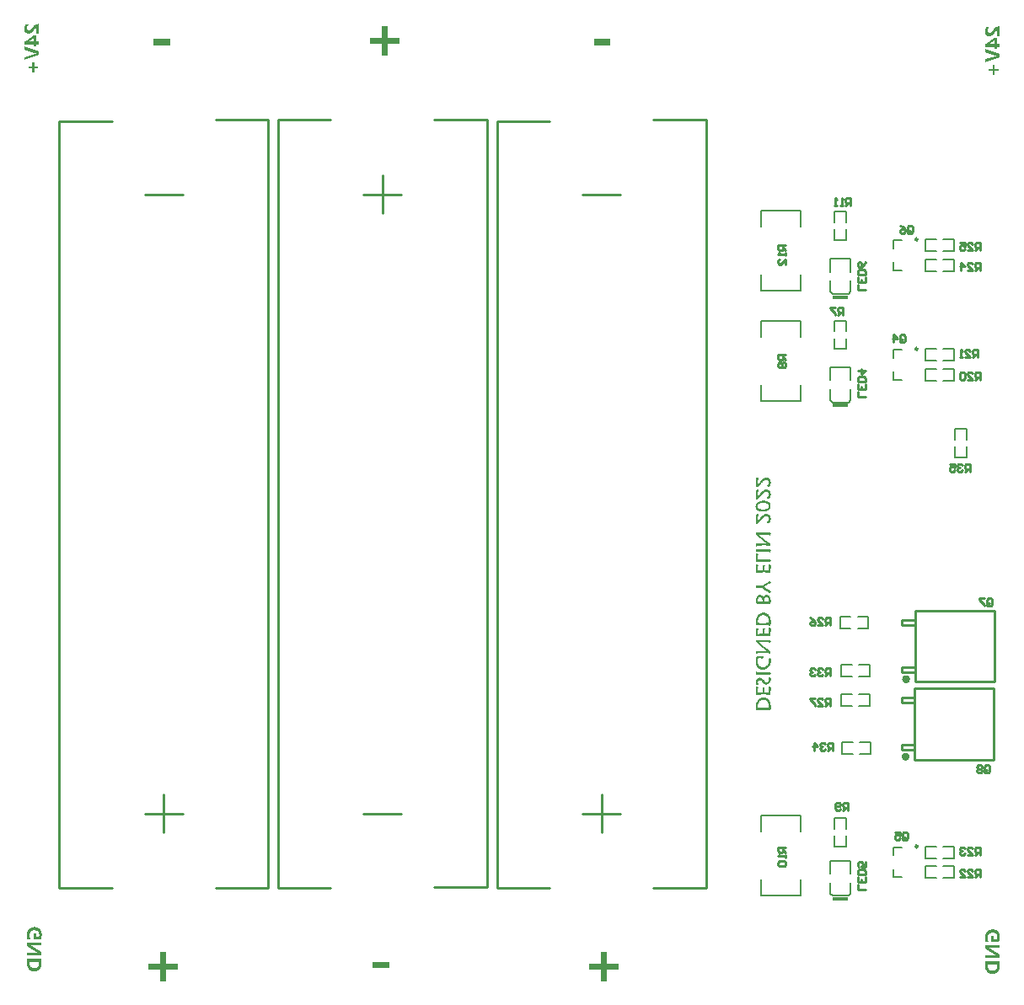
<source format=gbo>
G04*
G04 #@! TF.GenerationSoftware,Altium Limited,Altium Designer,20.0.2 (26)*
G04*
G04 Layer_Color=32896*
%FSLAX25Y25*%
%MOIN*%
G70*
G01*
G75*
%ADD10C,0.00984*%
%ADD11C,0.00787*%
%ADD12C,0.01000*%
%ADD14C,0.01575*%
%ADD16C,0.00600*%
%ADD17R,0.06299X0.01181*%
G36*
X415719Y325472D02*
X415857Y325453D01*
X415987Y325426D01*
X416107Y325398D01*
X416320Y325305D01*
X416505Y325203D01*
X416579Y325148D01*
X416653Y325102D01*
X416708Y325056D01*
X416755Y325009D01*
X416801Y324981D01*
X416829Y324954D01*
X416838Y324935D01*
X416847Y324926D01*
X416940Y324824D01*
X417014Y324704D01*
X417078Y324593D01*
X417134Y324473D01*
X417226Y324232D01*
X417282Y324010D01*
X417310Y323908D01*
X417319Y323807D01*
X417328Y323724D01*
X417337Y323650D01*
X417347Y323585D01*
Y323501D01*
X417337Y323252D01*
X417300Y323030D01*
X417245Y322826D01*
X417189Y322651D01*
X417134Y322512D01*
X417106Y322456D01*
X417078Y322410D01*
X417060Y322373D01*
X417041Y322345D01*
X417032Y322336D01*
Y322327D01*
X416967Y322243D01*
X416912Y322169D01*
X416847Y322105D01*
X416782Y322059D01*
X416653Y321966D01*
X416533Y321911D01*
X416422Y321883D01*
X416338Y321864D01*
X416283Y321855D01*
X416274D01*
X416264D01*
X416144Y321873D01*
X416042Y321901D01*
X416005Y321920D01*
X415978Y321929D01*
X415959Y321948D01*
X415950D01*
X415894Y321994D01*
X415848Y322040D01*
X415765Y322160D01*
X415728Y322216D01*
X415700Y322262D01*
X415691Y322299D01*
X415682Y322308D01*
X415839Y322401D01*
X415968Y322493D01*
X416079Y322586D01*
X416163Y322660D01*
X416227Y322725D01*
X416274Y322780D01*
X416301Y322817D01*
X416311Y322826D01*
X416375Y322937D01*
X416422Y323048D01*
X416449Y323159D01*
X416477Y323261D01*
X416486Y323344D01*
X416496Y323418D01*
Y323483D01*
X416486Y323659D01*
X416459Y323807D01*
X416412Y323936D01*
X416366Y324047D01*
X416311Y324131D01*
X416274Y324195D01*
X416237Y324241D01*
X416227Y324251D01*
X416116Y324353D01*
X416005Y324427D01*
X415894Y324473D01*
X415783Y324510D01*
X415682Y324528D01*
X415608Y324547D01*
X415552D01*
X415543D01*
X415534D01*
X415441D01*
X415339Y324528D01*
X415154Y324482D01*
X414969Y324417D01*
X414812Y324343D01*
X414673Y324260D01*
X414618Y324223D01*
X414562Y324195D01*
X414525Y324167D01*
X414498Y324149D01*
X414479Y324140D01*
X414470Y324131D01*
X414368Y324047D01*
X414257Y323955D01*
X414044Y323751D01*
X413841Y323529D01*
X413647Y323307D01*
X413489Y323113D01*
X413415Y323021D01*
X413360Y322947D01*
X413304Y322882D01*
X413267Y322835D01*
X413249Y322808D01*
X413240Y322798D01*
X413147Y322678D01*
X413055Y322567D01*
X413027Y322521D01*
X412999Y322484D01*
X412981Y322456D01*
X412971Y322447D01*
X412860Y322299D01*
X412740Y322160D01*
X412638Y322049D01*
X412537Y321948D01*
X412444Y321864D01*
X412352Y321799D01*
X412268Y321744D01*
X412194Y321698D01*
X412130Y321661D01*
X412065Y321633D01*
X411972Y321596D01*
X411935D01*
X411908Y321587D01*
X411898D01*
X411889D01*
X411815Y321596D01*
X411741Y321605D01*
X411686Y321615D01*
X411676D01*
X411667D01*
X411575Y321642D01*
X411491Y321679D01*
X411454Y321698D01*
X411427Y321716D01*
X411408Y321726D01*
X411399D01*
X411408Y321920D01*
X411417Y322012D01*
Y322086D01*
X411427Y322151D01*
Y322234D01*
X411436Y322419D01*
X411445Y322502D01*
Y323002D01*
X411436Y323150D01*
Y323428D01*
X411427Y323529D01*
Y323844D01*
X411417Y324038D01*
Y324584D01*
X411427Y324750D01*
X411436Y324889D01*
X411454Y325009D01*
X411482Y325102D01*
X411501Y325176D01*
X411519Y325222D01*
X411528Y325250D01*
X411538Y325259D01*
X411593Y325324D01*
X411658Y325379D01*
X411723Y325416D01*
X411797Y325435D01*
X411861Y325453D01*
X411917Y325463D01*
X411954D01*
X411963D01*
X412046D01*
X412130Y325453D01*
X412185Y325444D01*
X412194Y325435D01*
X412204D01*
X412315Y325407D01*
X412416Y325361D01*
X412463Y325342D01*
X412500Y325333D01*
X412527Y325314D01*
X412537D01*
X412481Y325185D01*
X412435Y325046D01*
X412398Y324907D01*
X412370Y324787D01*
X412342Y324667D01*
X412324Y324584D01*
Y324547D01*
X412315Y324519D01*
Y324500D01*
X412296Y324316D01*
X412278Y324103D01*
X412268Y323899D01*
X412259Y323696D01*
X412250Y323520D01*
Y322595D01*
X412416Y322863D01*
X412574Y323113D01*
X412731Y323344D01*
X412888Y323557D01*
X413036Y323751D01*
X413175Y323927D01*
X413314Y324094D01*
X413434Y324232D01*
X413545Y324362D01*
X413656Y324473D01*
X413739Y324565D01*
X413813Y324639D01*
X413878Y324695D01*
X413924Y324732D01*
X413952Y324760D01*
X413961Y324769D01*
X414118Y324898D01*
X414266Y325000D01*
X414424Y325102D01*
X414562Y325185D01*
X414710Y325250D01*
X414840Y325305D01*
X414969Y325352D01*
X415080Y325389D01*
X415191Y325426D01*
X415284Y325444D01*
X415376Y325463D01*
X415441Y325472D01*
X415506Y325481D01*
X415543D01*
X415571D01*
X415580D01*
X415719Y325472D01*
D02*
G37*
G36*
Y320717D02*
X415857Y320699D01*
X415987Y320671D01*
X416107Y320643D01*
X416320Y320551D01*
X416505Y320449D01*
X416579Y320393D01*
X416653Y320347D01*
X416708Y320301D01*
X416755Y320255D01*
X416801Y320227D01*
X416829Y320199D01*
X416838Y320181D01*
X416847Y320171D01*
X416940Y320070D01*
X417014Y319950D01*
X417078Y319839D01*
X417134Y319718D01*
X417226Y319478D01*
X417282Y319256D01*
X417310Y319154D01*
X417319Y319052D01*
X417328Y318969D01*
X417337Y318895D01*
X417347Y318830D01*
Y318747D01*
X417337Y318497D01*
X417300Y318275D01*
X417245Y318072D01*
X417189Y317896D01*
X417134Y317757D01*
X417106Y317702D01*
X417078Y317655D01*
X417060Y317618D01*
X417041Y317591D01*
X417032Y317582D01*
Y317572D01*
X416967Y317489D01*
X416912Y317415D01*
X416847Y317350D01*
X416782Y317304D01*
X416653Y317212D01*
X416533Y317156D01*
X416422Y317128D01*
X416338Y317110D01*
X416283Y317101D01*
X416274D01*
X416264D01*
X416144Y317119D01*
X416042Y317147D01*
X416005Y317165D01*
X415978Y317175D01*
X415959Y317193D01*
X415950D01*
X415894Y317239D01*
X415848Y317285D01*
X415765Y317406D01*
X415728Y317461D01*
X415700Y317508D01*
X415691Y317545D01*
X415682Y317554D01*
X415839Y317646D01*
X415968Y317739D01*
X416079Y317831D01*
X416163Y317905D01*
X416227Y317970D01*
X416274Y318025D01*
X416301Y318062D01*
X416311Y318072D01*
X416375Y318183D01*
X416422Y318294D01*
X416449Y318405D01*
X416477Y318507D01*
X416486Y318590D01*
X416496Y318664D01*
Y318728D01*
X416486Y318904D01*
X416459Y319052D01*
X416412Y319182D01*
X416366Y319293D01*
X416311Y319376D01*
X416274Y319441D01*
X416237Y319487D01*
X416227Y319496D01*
X416116Y319598D01*
X416005Y319672D01*
X415894Y319718D01*
X415783Y319755D01*
X415682Y319774D01*
X415608Y319792D01*
X415552D01*
X415543D01*
X415534D01*
X415441D01*
X415339Y319774D01*
X415154Y319727D01*
X414969Y319663D01*
X414812Y319589D01*
X414673Y319506D01*
X414618Y319468D01*
X414562Y319441D01*
X414525Y319413D01*
X414498Y319394D01*
X414479Y319385D01*
X414470Y319376D01*
X414368Y319293D01*
X414257Y319200D01*
X414044Y318997D01*
X413841Y318775D01*
X413647Y318553D01*
X413489Y318358D01*
X413415Y318266D01*
X413360Y318192D01*
X413304Y318127D01*
X413267Y318081D01*
X413249Y318053D01*
X413240Y318044D01*
X413147Y317924D01*
X413055Y317813D01*
X413027Y317766D01*
X412999Y317729D01*
X412981Y317702D01*
X412971Y317692D01*
X412860Y317545D01*
X412740Y317406D01*
X412638Y317295D01*
X412537Y317193D01*
X412444Y317110D01*
X412352Y317045D01*
X412268Y316989D01*
X412194Y316943D01*
X412130Y316906D01*
X412065Y316879D01*
X411972Y316842D01*
X411935D01*
X411908Y316832D01*
X411898D01*
X411889D01*
X411815Y316842D01*
X411741Y316851D01*
X411686Y316860D01*
X411676D01*
X411667D01*
X411575Y316888D01*
X411491Y316925D01*
X411454Y316943D01*
X411427Y316962D01*
X411408Y316971D01*
X411399D01*
X411408Y317165D01*
X411417Y317258D01*
Y317332D01*
X411427Y317396D01*
Y317480D01*
X411436Y317665D01*
X411445Y317748D01*
Y318248D01*
X411436Y318395D01*
Y318673D01*
X411427Y318775D01*
Y319089D01*
X411417Y319284D01*
Y319829D01*
X411427Y319996D01*
X411436Y320134D01*
X411454Y320255D01*
X411482Y320347D01*
X411501Y320421D01*
X411519Y320467D01*
X411528Y320495D01*
X411538Y320504D01*
X411593Y320569D01*
X411658Y320625D01*
X411723Y320662D01*
X411797Y320680D01*
X411861Y320699D01*
X411917Y320708D01*
X411954D01*
X411963D01*
X412046D01*
X412130Y320699D01*
X412185Y320690D01*
X412194Y320680D01*
X412204D01*
X412315Y320653D01*
X412416Y320606D01*
X412463Y320588D01*
X412500Y320579D01*
X412527Y320560D01*
X412537D01*
X412481Y320430D01*
X412435Y320292D01*
X412398Y320153D01*
X412370Y320033D01*
X412342Y319913D01*
X412324Y319829D01*
Y319792D01*
X412315Y319764D01*
Y319746D01*
X412296Y319561D01*
X412278Y319348D01*
X412268Y319145D01*
X412259Y318941D01*
X412250Y318765D01*
Y317841D01*
X412416Y318109D01*
X412574Y318358D01*
X412731Y318590D01*
X412888Y318802D01*
X413036Y318997D01*
X413175Y319173D01*
X413314Y319339D01*
X413434Y319478D01*
X413545Y319607D01*
X413656Y319718D01*
X413739Y319811D01*
X413813Y319885D01*
X413878Y319940D01*
X413924Y319977D01*
X413952Y320005D01*
X413961Y320014D01*
X414118Y320144D01*
X414266Y320246D01*
X414424Y320347D01*
X414562Y320430D01*
X414710Y320495D01*
X414840Y320551D01*
X414969Y320597D01*
X415080Y320634D01*
X415191Y320671D01*
X415284Y320690D01*
X415376Y320708D01*
X415441Y320717D01*
X415506Y320726D01*
X415543D01*
X415571D01*
X415580D01*
X415719Y320717D01*
D02*
G37*
G36*
X414784Y316314D02*
X415006Y316296D01*
X415219Y316268D01*
X415413Y316240D01*
X415598Y316194D01*
X415765Y316148D01*
X415913Y316102D01*
X416052Y316046D01*
X416172Y315990D01*
X416283Y315944D01*
X416366Y315898D01*
X416440Y315852D01*
X416505Y315824D01*
X416542Y315796D01*
X416570Y315778D01*
X416579Y315769D01*
X416708Y315657D01*
X416819Y315546D01*
X416921Y315426D01*
X417004Y315297D01*
X417078Y315167D01*
X417143Y315038D01*
X417189Y314908D01*
X417226Y314788D01*
X417254Y314668D01*
X417282Y314566D01*
X417300Y314464D01*
X417310Y314381D01*
X417319Y314307D01*
Y314214D01*
X417310Y314020D01*
X417282Y313835D01*
X417245Y313669D01*
X417189Y313502D01*
X417125Y313354D01*
X417051Y313215D01*
X416977Y313095D01*
X416893Y312975D01*
X416810Y312882D01*
X416736Y312790D01*
X416662Y312716D01*
X416597Y312651D01*
X416551Y312605D01*
X416505Y312568D01*
X416477Y312549D01*
X416468Y312540D01*
X416301Y312429D01*
X416126Y312337D01*
X415941Y312253D01*
X415746Y312189D01*
X415552Y312124D01*
X415367Y312078D01*
X415173Y312041D01*
X414997Y312004D01*
X414821Y311985D01*
X414664Y311967D01*
X414516Y311948D01*
X414396Y311939D01*
X414294Y311930D01*
X414220D01*
X414174D01*
X414155D01*
X413924Y311939D01*
X413693Y311958D01*
X413489Y311985D01*
X413286Y312022D01*
X413101Y312059D01*
X412934Y312115D01*
X412777Y312161D01*
X412638Y312216D01*
X412509Y312272D01*
X412398Y312318D01*
X412305Y312374D01*
X412222Y312411D01*
X412167Y312448D01*
X412120Y312475D01*
X412093Y312494D01*
X412083Y312503D01*
X411945Y312614D01*
X411824Y312735D01*
X411723Y312855D01*
X411630Y312984D01*
X411556Y313114D01*
X411501Y313243D01*
X411445Y313364D01*
X411408Y313484D01*
X411371Y313604D01*
X411343Y313706D01*
X411334Y313798D01*
X411316Y313881D01*
Y313946D01*
X411306Y313993D01*
Y314039D01*
X411316Y314224D01*
X411343Y314409D01*
X411390Y314575D01*
X411445Y314733D01*
X411519Y314880D01*
X411593Y315010D01*
X411667Y315140D01*
X411760Y315250D01*
X411843Y315352D01*
X411917Y315445D01*
X412000Y315519D01*
X412065Y315583D01*
X412120Y315630D01*
X412167Y315667D01*
X412194Y315685D01*
X412204Y315694D01*
X412379Y315806D01*
X412564Y315898D01*
X412759Y315990D01*
X412953Y316055D01*
X413147Y316120D01*
X413341Y316166D01*
X413536Y316213D01*
X413711Y316249D01*
X413887Y316268D01*
X414044Y316286D01*
X414183Y316305D01*
X414303Y316314D01*
X414405Y316323D01*
X414479D01*
X414525D01*
X414544D01*
X414784Y316314D01*
D02*
G37*
G36*
X415719Y311051D02*
X415857Y311033D01*
X415987Y311005D01*
X416107Y310977D01*
X416320Y310884D01*
X416505Y310783D01*
X416579Y310727D01*
X416653Y310681D01*
X416708Y310635D01*
X416755Y310589D01*
X416801Y310561D01*
X416829Y310533D01*
X416838Y310514D01*
X416847Y310505D01*
X416940Y310403D01*
X417014Y310283D01*
X417078Y310172D01*
X417134Y310052D01*
X417226Y309811D01*
X417282Y309590D01*
X417310Y309488D01*
X417319Y309386D01*
X417328Y309303D01*
X417337Y309229D01*
X417347Y309164D01*
Y309081D01*
X417337Y308831D01*
X417300Y308609D01*
X417245Y308405D01*
X417189Y308230D01*
X417134Y308091D01*
X417106Y308035D01*
X417078Y307989D01*
X417060Y307952D01*
X417041Y307925D01*
X417032Y307915D01*
Y307906D01*
X416967Y307823D01*
X416912Y307749D01*
X416847Y307684D01*
X416782Y307638D01*
X416653Y307545D01*
X416533Y307490D01*
X416422Y307462D01*
X416338Y307443D01*
X416283Y307434D01*
X416274D01*
X416264D01*
X416144Y307453D01*
X416042Y307481D01*
X416005Y307499D01*
X415978Y307508D01*
X415959Y307527D01*
X415950D01*
X415894Y307573D01*
X415848Y307619D01*
X415765Y307739D01*
X415728Y307795D01*
X415700Y307841D01*
X415691Y307878D01*
X415682Y307888D01*
X415839Y307980D01*
X415968Y308072D01*
X416079Y308165D01*
X416163Y308239D01*
X416227Y308304D01*
X416274Y308359D01*
X416301Y308396D01*
X416311Y308405D01*
X416375Y308517D01*
X416422Y308628D01*
X416449Y308738D01*
X416477Y308840D01*
X416486Y308924D01*
X416496Y308998D01*
Y309062D01*
X416486Y309238D01*
X416459Y309386D01*
X416412Y309516D01*
X416366Y309627D01*
X416311Y309710D01*
X416274Y309774D01*
X416237Y309821D01*
X416227Y309830D01*
X416116Y309932D01*
X416005Y310006D01*
X415894Y310052D01*
X415783Y310089D01*
X415682Y310107D01*
X415608Y310126D01*
X415552D01*
X415543D01*
X415534D01*
X415441D01*
X415339Y310107D01*
X415154Y310061D01*
X414969Y309997D01*
X414812Y309923D01*
X414673Y309839D01*
X414618Y309802D01*
X414562Y309774D01*
X414525Y309747D01*
X414498Y309728D01*
X414479Y309719D01*
X414470Y309710D01*
X414368Y309627D01*
X414257Y309534D01*
X414044Y309331D01*
X413841Y309108D01*
X413647Y308887D01*
X413489Y308692D01*
X413415Y308600D01*
X413360Y308526D01*
X413304Y308461D01*
X413267Y308415D01*
X413249Y308387D01*
X413240Y308378D01*
X413147Y308258D01*
X413055Y308147D01*
X413027Y308100D01*
X412999Y308063D01*
X412981Y308035D01*
X412971Y308026D01*
X412860Y307878D01*
X412740Y307739D01*
X412638Y307628D01*
X412537Y307527D01*
X412444Y307443D01*
X412352Y307379D01*
X412268Y307323D01*
X412194Y307277D01*
X412130Y307240D01*
X412065Y307212D01*
X411972Y307175D01*
X411935D01*
X411908Y307166D01*
X411898D01*
X411889D01*
X411815Y307175D01*
X411741Y307185D01*
X411686Y307194D01*
X411676D01*
X411667D01*
X411575Y307222D01*
X411491Y307259D01*
X411454Y307277D01*
X411427Y307295D01*
X411408Y307305D01*
X411399D01*
X411408Y307499D01*
X411417Y307592D01*
Y307665D01*
X411427Y307730D01*
Y307814D01*
X411436Y307998D01*
X411445Y308082D01*
Y308581D01*
X411436Y308729D01*
Y309007D01*
X411427Y309108D01*
Y309423D01*
X411417Y309617D01*
Y310163D01*
X411427Y310330D01*
X411436Y310468D01*
X411454Y310589D01*
X411482Y310681D01*
X411501Y310755D01*
X411519Y310801D01*
X411528Y310829D01*
X411538Y310838D01*
X411593Y310903D01*
X411658Y310959D01*
X411723Y310996D01*
X411797Y311014D01*
X411861Y311033D01*
X411917Y311042D01*
X411954D01*
X411963D01*
X412046D01*
X412130Y311033D01*
X412185Y311023D01*
X412194Y311014D01*
X412204D01*
X412315Y310986D01*
X412416Y310940D01*
X412463Y310922D01*
X412500Y310912D01*
X412527Y310894D01*
X412537D01*
X412481Y310764D01*
X412435Y310626D01*
X412398Y310487D01*
X412370Y310367D01*
X412342Y310246D01*
X412324Y310163D01*
Y310126D01*
X412315Y310098D01*
Y310080D01*
X412296Y309895D01*
X412278Y309682D01*
X412268Y309478D01*
X412259Y309275D01*
X412250Y309099D01*
Y308174D01*
X412416Y308442D01*
X412574Y308692D01*
X412731Y308924D01*
X412888Y309136D01*
X413036Y309331D01*
X413175Y309506D01*
X413314Y309673D01*
X413434Y309811D01*
X413545Y309941D01*
X413656Y310052D01*
X413739Y310144D01*
X413813Y310219D01*
X413878Y310274D01*
X413924Y310311D01*
X413952Y310339D01*
X413961Y310348D01*
X414118Y310477D01*
X414266Y310579D01*
X414424Y310681D01*
X414562Y310764D01*
X414710Y310829D01*
X414840Y310884D01*
X414969Y310931D01*
X415080Y310968D01*
X415191Y311005D01*
X415284Y311023D01*
X415376Y311042D01*
X415441Y311051D01*
X415506Y311060D01*
X415543D01*
X415571D01*
X415580D01*
X415719Y311051D01*
D02*
G37*
G36*
X416838Y303688D02*
X416949Y303670D01*
X417032Y303651D01*
X417097Y303632D01*
X417134Y303614D01*
X417162Y303605D01*
X417171Y303595D01*
X417226Y303549D01*
X417263Y303485D01*
X417300Y303420D01*
X417319Y303364D01*
X417328Y303299D01*
X417337Y303253D01*
Y303207D01*
X417328Y303105D01*
X417310Y303004D01*
X417300Y302966D01*
X417291Y302939D01*
X417282Y302920D01*
Y302911D01*
X417236Y302791D01*
X417171Y302671D01*
X417143Y302615D01*
X417115Y302569D01*
X417106Y302541D01*
X417097Y302532D01*
X416940Y302596D01*
X416782Y302661D01*
X416625Y302708D01*
X416468Y302745D01*
X416338Y302772D01*
X416237Y302791D01*
X416200Y302800D01*
X416172Y302809D01*
X416153D01*
X416144D01*
X416033Y302828D01*
X415922Y302837D01*
X415663Y302855D01*
X415404Y302874D01*
X415145Y302883D01*
X415025D01*
X414914Y302892D01*
X414812D01*
X414729D01*
X414655D01*
X414599D01*
X414562D01*
X414553D01*
X414424D01*
X414294D01*
X414165D01*
X414044D01*
X413933Y302883D01*
X413850D01*
X413795D01*
X413785D01*
X413776D01*
X413434Y302874D01*
X413267D01*
X413119D01*
X412990Y302865D01*
X412897D01*
X412860D01*
X412833D01*
X412814D01*
X412805D01*
X413193Y302541D01*
X413573Y302226D01*
X413943Y301912D01*
X414294Y301616D01*
X414627Y301339D01*
X414951Y301070D01*
X415247Y300811D01*
X415524Y300580D01*
X415774Y300367D01*
X415996Y300182D01*
X416200Y300016D01*
X416366Y299868D01*
X416496Y299757D01*
X416551Y299710D01*
X416588Y299674D01*
X416625Y299646D01*
X416653Y299627D01*
X416662Y299618D01*
X416671Y299609D01*
X416736Y299563D01*
X416782Y299525D01*
X416819Y299498D01*
X416847Y299470D01*
X416884Y299442D01*
X416893Y299433D01*
X416967Y299368D01*
X417032Y299304D01*
X417088Y299248D01*
X417125Y299202D01*
X417162Y299155D01*
X417180Y299128D01*
X417199Y299109D01*
Y299100D01*
X417254Y298998D01*
X417282Y298906D01*
X417291Y298869D01*
Y298748D01*
X417273Y298693D01*
X417245Y298591D01*
X417226Y298554D01*
X417208Y298527D01*
X417199Y298508D01*
X417189Y298499D01*
X417143Y298443D01*
X417088Y298378D01*
X416958Y298268D01*
X416903Y298221D01*
X416847Y298184D01*
X416810Y298156D01*
X416801Y298147D01*
X416727Y298240D01*
X416653Y298314D01*
X416570Y298378D01*
X416486Y298425D01*
X416412Y298462D01*
X416357Y298489D01*
X416320Y298508D01*
X416301D01*
X416237Y298527D01*
X416163Y298545D01*
X415996Y298564D01*
X415811Y298582D01*
X415626Y298601D01*
X415450D01*
X415376Y298610D01*
X415312D01*
X415256D01*
X415219D01*
X415191D01*
X415182D01*
X414868D01*
X414581D01*
X414322Y298601D01*
X414072Y298591D01*
X413859D01*
X413656Y298582D01*
X413480Y298573D01*
X413323Y298564D01*
X413193Y298554D01*
X413073Y298545D01*
X412981Y298536D01*
X412907D01*
X412842Y298527D01*
X412805Y298517D01*
X412777D01*
X412768D01*
X412527Y298480D01*
X412315Y298434D01*
X412120Y298388D01*
X411963Y298341D01*
X411834Y298295D01*
X411741Y298258D01*
X411713Y298240D01*
X411686Y298231D01*
X411676Y298221D01*
X411667D01*
X411575Y298360D01*
X411519Y298480D01*
X411501Y298527D01*
X411482Y298564D01*
X411473Y298582D01*
Y298591D01*
X411445Y298721D01*
X411427Y298822D01*
X411417Y298869D01*
Y298924D01*
X411427Y299017D01*
X411445Y299100D01*
X411464Y299165D01*
X411491Y299220D01*
X411519Y299257D01*
X411547Y299285D01*
X411556Y299304D01*
X411565D01*
X411630Y299341D01*
X411713Y299368D01*
X411815Y299387D01*
X411908Y299405D01*
X412000D01*
X412074Y299414D01*
X412120D01*
X412139D01*
X412157D01*
X412176D01*
X412250D01*
X412333Y299405D01*
X412426D01*
X412518D01*
X412601Y299396D01*
X412657D01*
X412666D01*
X412675D01*
X413277Y299377D01*
X413563Y299368D01*
X413841D01*
X414109Y299359D01*
X414359Y299350D01*
X414599D01*
X414821D01*
X415025D01*
X415210Y299341D01*
X415367D01*
X415506D01*
X415608D01*
X415691D01*
X415737D01*
X415756D01*
X415626Y299442D01*
X415478Y299553D01*
X415321Y299683D01*
X415145Y299821D01*
X414794Y300117D01*
X414442Y300413D01*
X414276Y300552D01*
X414118Y300682D01*
X413980Y300802D01*
X413850Y300904D01*
X413748Y300996D01*
X413674Y301061D01*
X413628Y301098D01*
X413610Y301116D01*
X413341Y301348D01*
X413082Y301579D01*
X412851Y301782D01*
X412629Y301986D01*
X412426Y302162D01*
X412241Y302338D01*
X412074Y302485D01*
X411926Y302634D01*
X411797Y302754D01*
X411686Y302865D01*
X411593Y302957D01*
X411510Y303041D01*
X411445Y303096D01*
X411408Y303142D01*
X411380Y303170D01*
X411371Y303179D01*
X411630Y303707D01*
X411797Y303688D01*
X411954Y303679D01*
X412102Y303660D01*
X412231Y303651D01*
X412333Y303642D01*
X412416D01*
X412472Y303632D01*
X412490D01*
X412657Y303623D01*
X412823D01*
X412981D01*
X413129Y303614D01*
X413258D01*
X413351D01*
X413388D01*
X413415D01*
X413434D01*
X413443D01*
X413748D01*
X414063Y303623D01*
X414368Y303632D01*
X414516D01*
X414655Y303642D01*
X414784D01*
X414895D01*
X415006Y303651D01*
X415090D01*
X415164Y303660D01*
X415219D01*
X415256D01*
X415265D01*
X415450Y303670D01*
X415617Y303679D01*
X415765D01*
X415904Y303688D01*
X416024D01*
X416126Y303697D01*
X416218D01*
X416292D01*
X416357Y303707D01*
X416412D01*
X416459D01*
X416486D01*
X416533D01*
X416542D01*
X416699D01*
X416838Y303688D01*
D02*
G37*
G36*
X411787Y297232D02*
X411917Y297185D01*
X412056Y297158D01*
X412176Y297130D01*
X412296Y297111D01*
X412379Y297093D01*
X412416D01*
X412444Y297083D01*
X412453D01*
X412463D01*
X412564Y297074D01*
X412666Y297065D01*
X412897Y297056D01*
X413129Y297037D01*
X413360D01*
X413462D01*
X413563Y297028D01*
X413647D01*
X413730D01*
X413795D01*
X413841D01*
X413869D01*
X413878D01*
X414220D01*
X414562Y297037D01*
X414877D01*
X415025Y297046D01*
X415164D01*
X415284D01*
X415395Y297056D01*
X415497D01*
X415589D01*
X415654Y297065D01*
X415700D01*
X415737D01*
X415746D01*
X415913Y297074D01*
X416061Y297083D01*
X416190D01*
X416292Y297093D01*
X416385D01*
X416468Y297102D01*
X416533D01*
X416579D01*
X416625Y297111D01*
X416653D01*
X416690D01*
X416708D01*
X416829D01*
X416921Y297093D01*
X417004Y297074D01*
X417078Y297056D01*
X417125Y297037D01*
X417162Y297019D01*
X417180Y297009D01*
X417189Y297000D01*
X417245Y296954D01*
X417282Y296899D01*
X417310Y296843D01*
X417328Y296778D01*
X417337Y296723D01*
X417347Y296686D01*
Y296639D01*
X417337Y296519D01*
X417319Y296417D01*
X417310Y296371D01*
X417300Y296334D01*
X417291Y296316D01*
Y296306D01*
X417263Y296242D01*
X417236Y296168D01*
X417162Y296038D01*
X417134Y295983D01*
X417106Y295936D01*
X417088Y295900D01*
X417078Y295890D01*
X416958Y295936D01*
X416829Y295964D01*
X416699Y296001D01*
X416570Y296020D01*
X416449Y296038D01*
X416357Y296057D01*
X416320D01*
X416292Y296066D01*
X416283D01*
X416274D01*
X416172Y296075D01*
X416061Y296084D01*
X415830Y296103D01*
X415589Y296112D01*
X415349Y296122D01*
X415247D01*
X415145Y296131D01*
X415053D01*
X414969D01*
X414905D01*
X414858D01*
X414821D01*
X414812D01*
X414525D01*
X414239Y296122D01*
X413952D01*
X413702Y296112D01*
X413582D01*
X413480Y296103D01*
X413378D01*
X413304D01*
X413240Y296094D01*
X413184D01*
X413156D01*
X413147D01*
X412990Y296084D01*
X412842D01*
X412712Y296075D01*
X412592D01*
X412490Y296066D01*
X412407D01*
X412333D01*
X412268D01*
X412213Y296057D01*
X412167D01*
X412111D01*
X412074D01*
X412065D01*
X411935D01*
X411834Y296075D01*
X411741Y296084D01*
X411676Y296103D01*
X411621Y296122D01*
X411584Y296131D01*
X411565Y296149D01*
X411556D01*
X411510Y296196D01*
X411473Y296242D01*
X411454Y296297D01*
X411436Y296362D01*
X411427Y296417D01*
X411417Y296464D01*
Y296501D01*
X411427Y296630D01*
X411445Y296741D01*
Y296788D01*
X411454Y296825D01*
X411464Y296843D01*
Y296852D01*
X411519Y297000D01*
X411584Y297139D01*
X411621Y297195D01*
X411639Y297241D01*
X411658Y297269D01*
X411667Y297278D01*
X411787Y297232D01*
D02*
G37*
G36*
X411935Y295354D02*
X412019Y295344D01*
X412056Y295335D01*
X412083Y295326D01*
X412093Y295317D01*
X412102D01*
X412213Y295280D01*
X412324Y295224D01*
X412370Y295197D01*
X412407Y295169D01*
X412426Y295160D01*
X412435Y295150D01*
X412352Y294937D01*
X412324Y294836D01*
X412296Y294734D01*
X412278Y294660D01*
X412268Y294595D01*
X412259Y294558D01*
Y294540D01*
X412241Y294410D01*
X412231Y294271D01*
X412222Y294124D01*
Y293985D01*
X412213Y293855D01*
Y293328D01*
X412222Y293226D01*
Y293162D01*
X412231Y293115D01*
Y293097D01*
X412888D01*
X413471D01*
X414044Y293106D01*
X414322Y293115D01*
X414590D01*
X414840Y293125D01*
X415080Y293134D01*
X415302D01*
X415506Y293143D01*
X415682D01*
X415830Y293152D01*
X415950D01*
X416042Y293162D01*
X416098D01*
X416116D01*
X416274Y293171D01*
X416403Y293180D01*
X416496D01*
X416570Y293189D01*
X416616D01*
X416653D01*
X416671D01*
X416801D01*
X416912Y293171D01*
X416995Y293152D01*
X417069Y293134D01*
X417125Y293115D01*
X417162Y293097D01*
X417180Y293088D01*
X417189Y293078D01*
X417236Y293032D01*
X417273Y292976D01*
X417300Y292912D01*
X417319Y292847D01*
X417328Y292792D01*
X417337Y292745D01*
Y292699D01*
X417328Y292579D01*
X417310Y292468D01*
X417300Y292422D01*
X417291Y292385D01*
X417282Y292366D01*
Y292357D01*
X417226Y292218D01*
X417162Y292089D01*
X417125Y292033D01*
X417106Y291987D01*
X417088Y291959D01*
X417078Y291950D01*
X416949Y291996D01*
X416810Y292042D01*
X416662Y292070D01*
X416523Y292098D01*
X416394Y292116D01*
X416292Y292135D01*
X416255D01*
X416227Y292144D01*
X416209D01*
X416200D01*
X416089Y292153D01*
X415968Y292162D01*
X415709Y292181D01*
X415441Y292190D01*
X415182Y292199D01*
X415062D01*
X414951Y292209D01*
X414849D01*
X414757D01*
X414683D01*
X414627D01*
X414590D01*
X414581D01*
X414155D01*
X413730Y292199D01*
X413323Y292190D01*
X413138Y292181D01*
X412962Y292172D01*
X412796Y292162D01*
X412648D01*
X412518Y292153D01*
X412398Y292144D01*
X412305D01*
X412241Y292135D01*
X412204D01*
X412185D01*
X412074Y292126D01*
X411982D01*
X411908D01*
X411852Y292116D01*
X411815D01*
X411787D01*
X411769D01*
X411704D01*
X411639Y292126D01*
X411593Y292144D01*
X411556Y292153D01*
X411510Y292181D01*
X411491Y292190D01*
X411464Y292218D01*
X411445Y292264D01*
X411417Y292348D01*
Y292385D01*
X411408Y292412D01*
Y292551D01*
X411417Y292616D01*
Y292792D01*
X411427Y293041D01*
X411436Y293152D01*
Y293864D01*
X411427Y293957D01*
Y294216D01*
X411417Y294327D01*
Y294743D01*
X411427Y294864D01*
X411445Y294965D01*
X411464Y295048D01*
X411473Y295113D01*
X411491Y295150D01*
X411501Y295178D01*
Y295187D01*
X411538Y295243D01*
X411593Y295289D01*
X411649Y295317D01*
X411704Y295344D01*
X411750Y295354D01*
X411797Y295363D01*
X411824D01*
X411834D01*
X411935Y295354D01*
D02*
G37*
G36*
X417032Y291182D02*
X417097Y291163D01*
X417152Y291145D01*
X417199Y291117D01*
X417236Y291080D01*
X417254Y291062D01*
X417273Y291043D01*
Y291034D01*
X417300Y290969D01*
X417328Y290886D01*
X417356Y290729D01*
X417365Y290655D01*
Y290479D01*
X417356Y290442D01*
Y290340D01*
X417347Y290303D01*
Y290266D01*
X417328Y289906D01*
X417319Y289563D01*
X417300Y289240D01*
Y288823D01*
X417291Y288703D01*
Y287769D01*
X417125Y287796D01*
X416949Y287815D01*
X416764Y287833D01*
X416597Y287852D01*
X416449Y287861D01*
X416385Y287871D01*
X416329D01*
X416283Y287880D01*
X416246D01*
X416227D01*
X416218D01*
X416098Y287889D01*
X415959Y287898D01*
X415682Y287908D01*
X415395Y287917D01*
X415127D01*
X415006Y287926D01*
X414886D01*
X414784D01*
X414692D01*
X414618D01*
X414562D01*
X414525D01*
X414516D01*
X414109D01*
X413693Y287917D01*
X413304Y287908D01*
X413119Y287898D01*
X412953D01*
X412786Y287889D01*
X412648Y287880D01*
X412518D01*
X412407Y287871D01*
X412315D01*
X412250Y287861D01*
X412213D01*
X412194D01*
X412074Y287852D01*
X411982D01*
X411908D01*
X411852Y287843D01*
X411815D01*
X411787D01*
X411769D01*
X411704D01*
X411639Y287852D01*
X411593Y287871D01*
X411556Y287880D01*
X411510Y287908D01*
X411491Y287917D01*
X411445Y287991D01*
X411417Y288074D01*
Y288120D01*
X411408Y288148D01*
Y288287D01*
X411417Y288444D01*
Y288601D01*
X411427Y288740D01*
Y289480D01*
X411417Y289563D01*
Y289831D01*
X411408Y289952D01*
Y290276D01*
X411417Y290423D01*
X411427Y290544D01*
X411445Y290646D01*
X411464Y290729D01*
X411482Y290793D01*
X411491Y290830D01*
X411510Y290858D01*
Y290867D01*
X411556Y290923D01*
X411612Y290969D01*
X411667Y290997D01*
X411723Y291025D01*
X411778Y291034D01*
X411824Y291043D01*
X411852D01*
X411861D01*
X411935Y291034D01*
X412009Y291025D01*
X412065Y291006D01*
X412074Y290997D01*
X412083D01*
X412139Y290979D01*
X412194Y290951D01*
X412305Y290895D01*
X412352Y290867D01*
X412389Y290840D01*
X412416Y290830D01*
X412426Y290821D01*
X412352Y290609D01*
X412324Y290507D01*
X412296Y290414D01*
X412278Y290340D01*
X412268Y290285D01*
X412259Y290238D01*
Y290229D01*
X412241Y290118D01*
X412231Y289998D01*
X412222Y289878D01*
Y289767D01*
X412213Y289665D01*
Y289165D01*
X412222Y289045D01*
Y288740D01*
X412416Y288749D01*
X412611D01*
X412786Y288758D01*
X412953D01*
X413082Y288768D01*
X413147D01*
X413193D01*
X413230D01*
X413258D01*
X413277D01*
X413286D01*
X413480Y288777D01*
X413656D01*
X413804Y288786D01*
X413924D01*
X414017D01*
X414081D01*
X414128D01*
X414137D01*
Y288888D01*
X414146Y288981D01*
Y289610D01*
X414137Y289693D01*
Y289943D01*
X414128Y290044D01*
Y290276D01*
X414137Y290387D01*
X414146Y290479D01*
X414165Y290562D01*
X414183Y290627D01*
X414202Y290683D01*
X414211Y290720D01*
X414229Y290738D01*
Y290747D01*
X414276Y290803D01*
X414322Y290840D01*
X414387Y290867D01*
X414442Y290886D01*
X414488Y290895D01*
X414535Y290904D01*
X414562D01*
X414572D01*
X414627D01*
X414683Y290895D01*
X414720Y290886D01*
X414738Y290877D01*
X414821Y290849D01*
X414905Y290812D01*
X414942Y290793D01*
X414979Y290775D01*
X414997Y290766D01*
X415006D01*
X414988Y290673D01*
X414969Y290581D01*
X414960Y290488D01*
X414951Y290396D01*
X414942Y290322D01*
X414932Y290257D01*
Y290201D01*
X414923Y290072D01*
Y289785D01*
X414914Y289647D01*
Y288795D01*
X416514Y288823D01*
Y288934D01*
X416523Y289110D01*
Y289267D01*
X416533Y289387D01*
Y289804D01*
X416523Y289952D01*
X416514Y290072D01*
Y290183D01*
X416505Y290266D01*
X416496Y290331D01*
X416486Y290377D01*
Y290387D01*
X416440Y290599D01*
X416422Y290701D01*
X416394Y290784D01*
X416375Y290858D01*
X416357Y290914D01*
X416348Y290951D01*
X416338Y290960D01*
X416486Y291043D01*
X416542Y291071D01*
X416597Y291099D01*
X416634Y291117D01*
X416662Y291126D01*
X416681Y291136D01*
X416690D01*
X416792Y291173D01*
X416875Y291182D01*
X416930Y291191D01*
X416940D01*
X416949D01*
X417032Y291182D01*
D02*
G37*
G36*
X417060Y284531D02*
X417115Y284522D01*
X417199Y284485D01*
X417245Y284439D01*
X417263Y284430D01*
Y284420D01*
X417300Y284374D01*
X417319Y284328D01*
X417356Y284226D01*
Y284180D01*
X417365Y284152D01*
Y284032D01*
X417356Y283958D01*
X417347Y283893D01*
Y283875D01*
X417328Y283773D01*
X417300Y283671D01*
X417282Y283625D01*
X417273Y283588D01*
X417263Y283560D01*
Y283551D01*
X417199Y283560D01*
X417162D01*
X417143D01*
X417134D01*
X417106Y283569D01*
X417097D01*
X416995Y283560D01*
X416875Y283523D01*
X416745Y283468D01*
X416616Y283412D01*
X416496Y283356D01*
X416394Y283301D01*
X416357Y283282D01*
X416329Y283264D01*
X416311Y283255D01*
X416301D01*
X416190Y283190D01*
X416070Y283116D01*
X415802Y282959D01*
X415515Y282783D01*
X415238Y282616D01*
X415108Y282533D01*
X414988Y282459D01*
X414877Y282385D01*
X414784Y282330D01*
X414710Y282283D01*
X414646Y282237D01*
X414609Y282219D01*
X414599Y282209D01*
X414969Y281988D01*
X415339Y281775D01*
X415700Y281562D01*
X415867Y281469D01*
X416024Y281377D01*
X416172Y281294D01*
X416311Y281220D01*
X416431Y281146D01*
X416533Y281090D01*
X416616Y281044D01*
X416671Y281007D01*
X416718Y280989D01*
X416727Y280979D01*
X416838Y280914D01*
X416921Y280868D01*
X416986Y280831D01*
X417032Y280803D01*
X417069Y280776D01*
X417088Y280767D01*
X417097Y280757D01*
X417199Y280683D01*
X417263Y280609D01*
X417310Y280563D01*
X417319Y280554D01*
Y280544D01*
X417365Y280461D01*
X417384Y280387D01*
X417393Y280332D01*
Y280313D01*
X417384Y280230D01*
X417365Y280156D01*
X417328Y280091D01*
X417300Y280036D01*
X417263Y279990D01*
X417226Y279953D01*
X417208Y279934D01*
X417199Y279925D01*
X417115Y279869D01*
X417014Y279814D01*
X416810Y279740D01*
X416708Y279703D01*
X416634Y279684D01*
X416579Y279675D01*
X416570Y279666D01*
X416560D01*
X416551Y279721D01*
X416523Y279777D01*
X416486Y279841D01*
X416440Y279906D01*
X416329Y280036D01*
X416200Y280156D01*
X416070Y280267D01*
X415959Y280360D01*
X415922Y280397D01*
X415885Y280424D01*
X415867Y280434D01*
X415857Y280443D01*
X415728Y280535D01*
X415580Y280637D01*
X415432Y280748D01*
X415265Y280850D01*
X414942Y281063D01*
X414618Y281257D01*
X414470Y281349D01*
X414331Y281433D01*
X414202Y281506D01*
X414091Y281571D01*
X414007Y281627D01*
X413933Y281664D01*
X413896Y281692D01*
X413878Y281701D01*
X413665Y281692D01*
X413452Y281682D01*
X413249D01*
X413064Y281673D01*
X412907Y281664D01*
X412842D01*
X412786D01*
X412740Y281655D01*
X412703D01*
X412685D01*
X412675D01*
X412564D01*
X412472Y281645D01*
X412379D01*
X412305Y281636D01*
X412241D01*
X412185D01*
X412102Y281627D01*
X412046D01*
X412009D01*
X411991D01*
X411880D01*
X411797Y281645D01*
X411713Y281655D01*
X411658Y281673D01*
X411612Y281692D01*
X411575Y281701D01*
X411556Y281719D01*
X411547D01*
X411501Y281766D01*
X411473Y281821D01*
X411436Y281932D01*
X411427Y281988D01*
X411417Y282034D01*
Y282071D01*
X411427Y282191D01*
X411445Y282302D01*
Y282339D01*
X411454Y282376D01*
X411464Y282395D01*
Y282404D01*
X411482Y282469D01*
X411510Y282542D01*
X411575Y282681D01*
X411612Y282737D01*
X411630Y282792D01*
X411649Y282820D01*
X411658Y282829D01*
X411769Y282783D01*
X411889Y282746D01*
X412000Y282718D01*
X412111Y282691D01*
X412204Y282672D01*
X412278Y282653D01*
X412324Y282644D01*
X412342D01*
X412509Y282626D01*
X412685Y282616D01*
X412870Y282607D01*
X413045D01*
X413203Y282598D01*
X413267D01*
X413332D01*
X413378D01*
X413415D01*
X413434D01*
X413443D01*
X413480D01*
X413526Y282589D01*
X413628D01*
X413674D01*
X413711D01*
X413739D01*
X413748D01*
X413822D01*
X413878Y282598D01*
X413915D01*
X413952D01*
X413961D01*
X413980D01*
X414072Y282663D01*
X414174Y282737D01*
X414396Y282885D01*
X414627Y283042D01*
X414849Y283199D01*
X414951Y283264D01*
X415043Y283338D01*
X415127Y283394D01*
X415201Y283449D01*
X415265Y283495D01*
X415312Y283523D01*
X415339Y283541D01*
X415349Y283551D01*
X415598Y283727D01*
X415830Y283875D01*
X416024Y284013D01*
X416200Y284124D01*
X416357Y284217D01*
X416496Y284300D01*
X416607Y284365D01*
X416699Y284420D01*
X416782Y284457D01*
X416847Y284485D01*
X416903Y284513D01*
X416940Y284522D01*
X416967Y284531D01*
X416986Y284541D01*
X416995D01*
X417060Y284531D01*
D02*
G37*
G36*
X413360Y279055D02*
X413517Y279018D01*
X413647Y278972D01*
X413767Y278917D01*
X413859Y278852D01*
X413924Y278805D01*
X413961Y278768D01*
X413980Y278759D01*
X414091Y278639D01*
X414183Y278500D01*
X414257Y278371D01*
X414313Y278241D01*
X414350Y278121D01*
X414377Y278028D01*
X414387Y277992D01*
X414396Y277964D01*
Y277945D01*
X414461Y278130D01*
X414535Y278288D01*
X414618Y278426D01*
X414701Y278537D01*
X414775Y278630D01*
X414840Y278695D01*
X414877Y278741D01*
X414895Y278750D01*
X415034Y278852D01*
X415182Y278926D01*
X415321Y278972D01*
X415450Y279009D01*
X415561Y279028D01*
X415645Y279046D01*
X415682D01*
X415709D01*
X415719D01*
X415728D01*
X415867Y279037D01*
X415987Y279018D01*
X416107Y278991D01*
X416227Y278944D01*
X416422Y278852D01*
X416597Y278731D01*
X416727Y278621D01*
X416782Y278565D01*
X416819Y278519D01*
X416856Y278472D01*
X416884Y278445D01*
X416893Y278426D01*
X416903Y278417D01*
X416977Y278297D01*
X417051Y278167D01*
X417162Y277899D01*
X417236Y277622D01*
X417291Y277353D01*
X417310Y277233D01*
X417328Y277113D01*
X417337Y277011D01*
Y276928D01*
X417347Y276854D01*
Y276733D01*
X417337Y276715D01*
Y276576D01*
X417319Y276142D01*
Y275929D01*
X417310Y275744D01*
Y275337D01*
X417162Y275383D01*
X416995Y275420D01*
X416838Y275457D01*
X416690Y275476D01*
X416560Y275494D01*
X416449Y275513D01*
X416412D01*
X416385Y275522D01*
X416366D01*
X416357D01*
X416246Y275531D01*
X416126Y275540D01*
X415867Y275559D01*
X415598Y275568D01*
X415330D01*
X415210Y275577D01*
X415099D01*
X414997D01*
X414905D01*
X414831D01*
X414775D01*
X414738D01*
X414729D01*
X414442D01*
X414155Y275568D01*
X413878D01*
X413628Y275559D01*
X413517D01*
X413415Y275550D01*
X413323D01*
X413249D01*
X413184Y275540D01*
X413138D01*
X413110D01*
X413101D01*
X412953Y275531D01*
X412814D01*
X412694Y275522D01*
X412592D01*
X412500Y275513D01*
X412426D01*
X412361D01*
X412305D01*
X412259Y275503D01*
X412222D01*
X412176D01*
X412157D01*
X412148D01*
X411991Y275513D01*
X411871Y275540D01*
X411760Y275568D01*
X411686Y275614D01*
X411621Y275651D01*
X411575Y275679D01*
X411556Y275707D01*
X411547Y275716D01*
X411491Y275818D01*
X411454Y275938D01*
X411427Y276077D01*
X411408Y276216D01*
X411399Y276345D01*
X411390Y276447D01*
Y276549D01*
X411399Y276743D01*
X411408Y276937D01*
X411436Y277113D01*
X411473Y277279D01*
X411510Y277436D01*
X411556Y277585D01*
X411602Y277723D01*
X411649Y277853D01*
X411695Y277964D01*
X411741Y278056D01*
X411787Y278139D01*
X411824Y278214D01*
X411861Y278269D01*
X411889Y278306D01*
X411898Y278334D01*
X411908Y278343D01*
X412009Y278472D01*
X412111Y278584D01*
X412222Y278676D01*
X412324Y278759D01*
X412435Y278833D01*
X412546Y278889D01*
X412648Y278935D01*
X412749Y278972D01*
X412925Y279028D01*
X412999Y279046D01*
X413064Y279055D01*
X413119Y279064D01*
X413156D01*
X413184D01*
X413193D01*
X413360Y279055D01*
D02*
G37*
G36*
X414794Y272016D02*
X415016Y271988D01*
X415219Y271933D01*
X415413Y271877D01*
X415598Y271803D01*
X415765Y271720D01*
X415913Y271637D01*
X416052Y271544D01*
X416181Y271452D01*
X416292Y271369D01*
X416385Y271285D01*
X416459Y271211D01*
X416514Y271156D01*
X416560Y271110D01*
X416588Y271073D01*
X416597Y271063D01*
X416736Y270878D01*
X416847Y270684D01*
X416958Y270471D01*
X417041Y270268D01*
X417115Y270055D01*
X417180Y269842D01*
X417226Y269630D01*
X417273Y269435D01*
X417300Y269250D01*
X417328Y269075D01*
X417337Y268917D01*
X417356Y268788D01*
Y268677D01*
X417365Y268594D01*
Y268492D01*
X417356Y268464D01*
Y268335D01*
X417347Y268233D01*
Y268131D01*
X417337Y268039D01*
Y267955D01*
X417328Y267539D01*
X417319Y267345D01*
Y267160D01*
X417310Y267012D01*
Y266780D01*
X417152Y266827D01*
X416995Y266855D01*
X416838Y266892D01*
X416681Y266910D01*
X416551Y266929D01*
X416449Y266947D01*
X416412D01*
X416385Y266956D01*
X416366D01*
X416357D01*
X416246Y266966D01*
X416135Y266975D01*
X415885Y266993D01*
X415635Y267003D01*
X415395Y267012D01*
X415275D01*
X415173Y267021D01*
X415080D01*
X414997D01*
X414932D01*
X414886D01*
X414849D01*
X414840D01*
X414507D01*
X414183Y267012D01*
X413878D01*
X413739Y267003D01*
X413610D01*
X413480D01*
X413369Y266993D01*
X413277D01*
X413193D01*
X413129Y266984D01*
X413073D01*
X413045D01*
X413036D01*
X412879Y266975D01*
X412731D01*
X412611Y266966D01*
X412500D01*
X412407Y266956D01*
X412333D01*
X412268D01*
X412213D01*
X412176Y266947D01*
X412148D01*
X412102D01*
X412083D01*
X411945Y266956D01*
X411824Y266993D01*
X411723Y267039D01*
X411649Y267086D01*
X411593Y267141D01*
X411556Y267178D01*
X411538Y267215D01*
X411528Y267225D01*
X411501Y267280D01*
X411482Y267354D01*
X411445Y267520D01*
X411427Y267705D01*
X411408Y267891D01*
X411399Y268057D01*
X411390Y268131D01*
Y268335D01*
X411399Y268631D01*
X411417Y268899D01*
X411454Y269148D01*
X411473Y269260D01*
X411491Y269361D01*
X411510Y269454D01*
X411528Y269537D01*
X411547Y269611D01*
X411565Y269676D01*
X411575Y269722D01*
X411584Y269759D01*
X411593Y269777D01*
Y269787D01*
X411686Y270027D01*
X411778Y270240D01*
X411889Y270434D01*
X411991Y270601D01*
X412083Y270740D01*
X412120Y270795D01*
X412157Y270841D01*
X412185Y270878D01*
X412204Y270906D01*
X412222Y270915D01*
Y270924D01*
X412398Y271110D01*
X412583Y271276D01*
X412759Y271415D01*
X412916Y271535D01*
X413064Y271618D01*
X413119Y271655D01*
X413175Y271683D01*
X413221Y271711D01*
X413249Y271729D01*
X413267Y271739D01*
X413277D01*
X413508Y271831D01*
X413730Y271905D01*
X413952Y271951D01*
X414146Y271988D01*
X414229Y271997D01*
X414313Y272007D01*
X414387Y272016D01*
X414442Y272025D01*
X414498D01*
X414535D01*
X414553D01*
X414562D01*
X414794Y272016D01*
D02*
G37*
G36*
X417032Y266013D02*
X417097Y265994D01*
X417152Y265976D01*
X417199Y265948D01*
X417236Y265911D01*
X417254Y265893D01*
X417273Y265874D01*
Y265865D01*
X417300Y265800D01*
X417328Y265717D01*
X417356Y265560D01*
X417365Y265486D01*
Y265310D01*
X417356Y265273D01*
Y265171D01*
X417347Y265134D01*
Y265097D01*
X417328Y264736D01*
X417319Y264394D01*
X417300Y264070D01*
Y263654D01*
X417291Y263534D01*
Y262599D01*
X417125Y262627D01*
X416949Y262646D01*
X416764Y262664D01*
X416597Y262683D01*
X416449Y262692D01*
X416385Y262701D01*
X416329D01*
X416283Y262710D01*
X416246D01*
X416227D01*
X416218D01*
X416098Y262720D01*
X415959Y262729D01*
X415682Y262738D01*
X415395Y262748D01*
X415127D01*
X415006Y262757D01*
X414886D01*
X414784D01*
X414692D01*
X414618D01*
X414562D01*
X414525D01*
X414516D01*
X414109D01*
X413693Y262748D01*
X413304Y262738D01*
X413119Y262729D01*
X412953D01*
X412786Y262720D01*
X412648Y262710D01*
X412518D01*
X412407Y262701D01*
X412315D01*
X412250Y262692D01*
X412213D01*
X412194D01*
X412074Y262683D01*
X411982D01*
X411908D01*
X411852Y262673D01*
X411815D01*
X411787D01*
X411769D01*
X411704D01*
X411639Y262683D01*
X411593Y262701D01*
X411556Y262710D01*
X411510Y262738D01*
X411491Y262748D01*
X411445Y262822D01*
X411417Y262905D01*
Y262951D01*
X411408Y262979D01*
Y263118D01*
X411417Y263275D01*
Y263432D01*
X411427Y263571D01*
Y264311D01*
X411417Y264394D01*
Y264662D01*
X411408Y264783D01*
Y265106D01*
X411417Y265254D01*
X411427Y265374D01*
X411445Y265476D01*
X411464Y265560D01*
X411482Y265624D01*
X411491Y265661D01*
X411510Y265689D01*
Y265698D01*
X411556Y265754D01*
X411612Y265800D01*
X411667Y265828D01*
X411723Y265856D01*
X411778Y265865D01*
X411824Y265874D01*
X411852D01*
X411861D01*
X411935Y265865D01*
X412009Y265856D01*
X412065Y265837D01*
X412074Y265828D01*
X412083D01*
X412139Y265809D01*
X412194Y265781D01*
X412305Y265726D01*
X412352Y265698D01*
X412389Y265670D01*
X412416Y265661D01*
X412426Y265652D01*
X412352Y265439D01*
X412324Y265337D01*
X412296Y265245D01*
X412278Y265171D01*
X412268Y265115D01*
X412259Y265069D01*
Y265060D01*
X412241Y264949D01*
X412231Y264829D01*
X412222Y264708D01*
Y264598D01*
X412213Y264496D01*
Y263996D01*
X412222Y263876D01*
Y263571D01*
X412416Y263580D01*
X412611D01*
X412786Y263589D01*
X412953D01*
X413082Y263598D01*
X413147D01*
X413193D01*
X413230D01*
X413258D01*
X413277D01*
X413286D01*
X413480Y263608D01*
X413656D01*
X413804Y263617D01*
X413924D01*
X414017D01*
X414081D01*
X414128D01*
X414137D01*
Y263719D01*
X414146Y263811D01*
Y264440D01*
X414137Y264524D01*
Y264773D01*
X414128Y264875D01*
Y265106D01*
X414137Y265217D01*
X414146Y265310D01*
X414165Y265393D01*
X414183Y265458D01*
X414202Y265513D01*
X414211Y265550D01*
X414229Y265569D01*
Y265578D01*
X414276Y265634D01*
X414322Y265670D01*
X414387Y265698D01*
X414442Y265717D01*
X414488Y265726D01*
X414535Y265735D01*
X414562D01*
X414572D01*
X414627D01*
X414683Y265726D01*
X414720Y265717D01*
X414738Y265707D01*
X414821Y265680D01*
X414905Y265643D01*
X414942Y265624D01*
X414979Y265606D01*
X414997Y265597D01*
X415006D01*
X414988Y265504D01*
X414969Y265411D01*
X414960Y265319D01*
X414951Y265227D01*
X414942Y265153D01*
X414932Y265088D01*
Y265032D01*
X414923Y264903D01*
Y264616D01*
X414914Y264477D01*
Y263626D01*
X416514Y263654D01*
Y263765D01*
X416523Y263941D01*
Y264098D01*
X416533Y264218D01*
Y264634D01*
X416523Y264783D01*
X416514Y264903D01*
Y265014D01*
X416505Y265097D01*
X416496Y265162D01*
X416486Y265208D01*
Y265217D01*
X416440Y265430D01*
X416422Y265532D01*
X416394Y265615D01*
X416375Y265689D01*
X416357Y265744D01*
X416348Y265781D01*
X416338Y265791D01*
X416486Y265874D01*
X416542Y265902D01*
X416597Y265930D01*
X416634Y265948D01*
X416662Y265957D01*
X416681Y265967D01*
X416690D01*
X416792Y266003D01*
X416875Y266013D01*
X416930Y266022D01*
X416940D01*
X416949D01*
X417032Y266013D01*
D02*
G37*
G36*
X416838Y261193D02*
X416949Y261175D01*
X417032Y261157D01*
X417097Y261138D01*
X417134Y261120D01*
X417162Y261110D01*
X417171Y261101D01*
X417226Y261055D01*
X417263Y260990D01*
X417300Y260925D01*
X417319Y260870D01*
X417328Y260805D01*
X417337Y260759D01*
Y260713D01*
X417328Y260611D01*
X417310Y260509D01*
X417300Y260472D01*
X417291Y260444D01*
X417282Y260426D01*
Y260417D01*
X417236Y260296D01*
X417171Y260176D01*
X417143Y260121D01*
X417115Y260074D01*
X417106Y260047D01*
X417097Y260037D01*
X416940Y260102D01*
X416782Y260167D01*
X416625Y260213D01*
X416468Y260250D01*
X416338Y260278D01*
X416237Y260296D01*
X416200Y260306D01*
X416172Y260315D01*
X416153D01*
X416144D01*
X416033Y260333D01*
X415922Y260343D01*
X415663Y260361D01*
X415404Y260380D01*
X415145Y260389D01*
X415025D01*
X414914Y260398D01*
X414812D01*
X414729D01*
X414655D01*
X414599D01*
X414562D01*
X414553D01*
X414424D01*
X414294D01*
X414165D01*
X414044D01*
X413933Y260389D01*
X413850D01*
X413795D01*
X413785D01*
X413776D01*
X413434Y260380D01*
X413267D01*
X413119D01*
X412990Y260370D01*
X412897D01*
X412860D01*
X412833D01*
X412814D01*
X412805D01*
X413193Y260047D01*
X413573Y259732D01*
X413943Y259418D01*
X414294Y259121D01*
X414627Y258844D01*
X414951Y258576D01*
X415247Y258317D01*
X415524Y258085D01*
X415774Y257873D01*
X415996Y257688D01*
X416200Y257521D01*
X416366Y257373D01*
X416496Y257262D01*
X416551Y257216D01*
X416588Y257179D01*
X416625Y257151D01*
X416653Y257133D01*
X416662Y257123D01*
X416671Y257114D01*
X416736Y257068D01*
X416782Y257031D01*
X416819Y257003D01*
X416847Y256976D01*
X416884Y256948D01*
X416893Y256939D01*
X416967Y256874D01*
X417032Y256809D01*
X417088Y256753D01*
X417125Y256707D01*
X417162Y256661D01*
X417180Y256633D01*
X417199Y256615D01*
Y256606D01*
X417254Y256504D01*
X417282Y256411D01*
X417291Y256374D01*
Y256254D01*
X417273Y256199D01*
X417245Y256097D01*
X417226Y256060D01*
X417208Y256032D01*
X417199Y256013D01*
X417189Y256004D01*
X417143Y255949D01*
X417088Y255884D01*
X416958Y255773D01*
X416903Y255727D01*
X416847Y255690D01*
X416810Y255662D01*
X416801Y255653D01*
X416727Y255745D01*
X416653Y255819D01*
X416570Y255884D01*
X416486Y255930D01*
X416412Y255967D01*
X416357Y255995D01*
X416320Y256013D01*
X416301D01*
X416237Y256032D01*
X416163Y256050D01*
X415996Y256069D01*
X415811Y256087D01*
X415626Y256106D01*
X415450D01*
X415376Y256115D01*
X415312D01*
X415256D01*
X415219D01*
X415191D01*
X415182D01*
X414868D01*
X414581D01*
X414322Y256106D01*
X414072Y256097D01*
X413859D01*
X413656Y256087D01*
X413480Y256078D01*
X413323Y256069D01*
X413193Y256060D01*
X413073Y256050D01*
X412981Y256041D01*
X412907D01*
X412842Y256032D01*
X412805Y256023D01*
X412777D01*
X412768D01*
X412527Y255986D01*
X412315Y255940D01*
X412120Y255893D01*
X411963Y255847D01*
X411834Y255801D01*
X411741Y255764D01*
X411713Y255745D01*
X411686Y255736D01*
X411676Y255727D01*
X411667D01*
X411575Y255866D01*
X411519Y255986D01*
X411501Y256032D01*
X411482Y256069D01*
X411473Y256087D01*
Y256097D01*
X411445Y256226D01*
X411427Y256328D01*
X411417Y256374D01*
Y256430D01*
X411427Y256522D01*
X411445Y256606D01*
X411464Y256670D01*
X411491Y256726D01*
X411519Y256763D01*
X411547Y256790D01*
X411556Y256809D01*
X411565D01*
X411630Y256846D01*
X411713Y256874D01*
X411815Y256892D01*
X411908Y256911D01*
X412000D01*
X412074Y256920D01*
X412120D01*
X412139D01*
X412157D01*
X412176D01*
X412250D01*
X412333Y256911D01*
X412426D01*
X412518D01*
X412601Y256902D01*
X412657D01*
X412666D01*
X412675D01*
X413277Y256883D01*
X413563Y256874D01*
X413841D01*
X414109Y256865D01*
X414359Y256855D01*
X414599D01*
X414821D01*
X415025D01*
X415210Y256846D01*
X415367D01*
X415506D01*
X415608D01*
X415691D01*
X415737D01*
X415756D01*
X415626Y256948D01*
X415478Y257059D01*
X415321Y257188D01*
X415145Y257327D01*
X414794Y257623D01*
X414442Y257919D01*
X414276Y258058D01*
X414118Y258187D01*
X413980Y258308D01*
X413850Y258409D01*
X413748Y258502D01*
X413674Y258566D01*
X413628Y258604D01*
X413610Y258622D01*
X413341Y258853D01*
X413082Y259085D01*
X412851Y259288D01*
X412629Y259491D01*
X412426Y259667D01*
X412241Y259843D01*
X412074Y259991D01*
X411926Y260139D01*
X411797Y260259D01*
X411686Y260370D01*
X411593Y260463D01*
X411510Y260546D01*
X411445Y260601D01*
X411408Y260648D01*
X411380Y260676D01*
X411371Y260685D01*
X411630Y261212D01*
X411797Y261193D01*
X411954Y261184D01*
X412102Y261166D01*
X412231Y261157D01*
X412333Y261147D01*
X412416D01*
X412472Y261138D01*
X412490D01*
X412657Y261129D01*
X412823D01*
X412981D01*
X413129Y261120D01*
X413258D01*
X413351D01*
X413388D01*
X413415D01*
X413434D01*
X413443D01*
X413748D01*
X414063Y261129D01*
X414368Y261138D01*
X414516D01*
X414655Y261147D01*
X414784D01*
X414895D01*
X415006Y261157D01*
X415090D01*
X415164Y261166D01*
X415219D01*
X415256D01*
X415265D01*
X415450Y261175D01*
X415617Y261184D01*
X415765D01*
X415904Y261193D01*
X416024D01*
X416126Y261203D01*
X416218D01*
X416292D01*
X416357Y261212D01*
X416412D01*
X416459D01*
X416486D01*
X416533D01*
X416542D01*
X416699D01*
X416838Y261193D01*
D02*
G37*
G36*
X413711Y254904D02*
X413850Y254894D01*
X413970Y254876D01*
X414072Y254848D01*
X414146Y254820D01*
X414202Y254802D01*
X414229Y254792D01*
X414239Y254783D01*
X414313Y254728D01*
X414359Y254672D01*
X414396Y254598D01*
X414424Y254534D01*
X414442Y254469D01*
X414451Y254413D01*
Y254367D01*
X414442Y254275D01*
X414414Y254191D01*
X414405Y254145D01*
X414387Y254117D01*
X414377Y254099D01*
Y254089D01*
X414350Y254025D01*
X414313Y253951D01*
X414229Y253821D01*
X414192Y253766D01*
X414165Y253719D01*
X414146Y253682D01*
X414137Y253673D01*
X413970Y253775D01*
X413887Y253812D01*
X413813Y253840D01*
X413748Y253868D01*
X413702Y253886D01*
X413665Y253895D01*
X413656D01*
X413554Y253914D01*
X413452Y253932D01*
X413351Y253941D01*
X413258Y253951D01*
X413175Y253960D01*
X413110D01*
X413064D01*
X413045D01*
X412888D01*
X412823Y253951D01*
X412759D01*
X412712D01*
X412675Y253941D01*
X412648D01*
X412638D01*
X412509Y253932D01*
X412416Y253923D01*
X412379Y253914D01*
X412352D01*
X412333Y253905D01*
X412324D01*
X412268Y253738D01*
X412250Y253655D01*
X412231Y253581D01*
X412213Y253516D01*
X412204Y253461D01*
X412194Y253424D01*
Y253414D01*
X412167Y253211D01*
X412157Y253118D01*
Y253026D01*
X412148Y252952D01*
Y252850D01*
X412157Y252637D01*
X412176Y252443D01*
X412194Y252249D01*
X412231Y252082D01*
X412268Y251916D01*
X412315Y251777D01*
X412370Y251638D01*
X412416Y251518D01*
X412463Y251416D01*
X412518Y251324D01*
X412564Y251240D01*
X412601Y251176D01*
X412638Y251130D01*
X412666Y251093D01*
X412675Y251074D01*
X412685Y251065D01*
X412786Y250954D01*
X412907Y250861D01*
X413027Y250778D01*
X413147Y250713D01*
X413277Y250648D01*
X413406Y250602D01*
X413647Y250528D01*
X413767Y250510D01*
X413869Y250491D01*
X413961Y250473D01*
X414044Y250464D01*
X414118Y250454D01*
X414165D01*
X414202D01*
X414211D01*
X414396Y250464D01*
X414572Y250482D01*
X414738Y250519D01*
X414905Y250565D01*
X415053Y250621D01*
X415182Y250676D01*
X415312Y250741D01*
X415423Y250815D01*
X415524Y250880D01*
X415617Y250944D01*
X415691Y251000D01*
X415756Y251056D01*
X415811Y251102D01*
X415848Y251139D01*
X415867Y251157D01*
X415876Y251167D01*
X415996Y251305D01*
X416089Y251453D01*
X416181Y251601D01*
X416255Y251759D01*
X416320Y251916D01*
X416375Y252064D01*
X416412Y252212D01*
X416449Y252360D01*
X416477Y252489D01*
X416496Y252619D01*
X416514Y252730D01*
X416523Y252822D01*
X416533Y252896D01*
Y253007D01*
X416523Y253155D01*
Y253211D01*
X416514Y253266D01*
X416505Y253312D01*
Y253349D01*
X416496Y253368D01*
Y253377D01*
X416468Y253516D01*
X416440Y253645D01*
X416431Y253692D01*
X416422Y253738D01*
X416412Y253766D01*
Y253775D01*
X416542Y253849D01*
X416644Y253895D01*
X416681Y253905D01*
X416718Y253914D01*
X416727Y253923D01*
X416736D01*
X416829Y253951D01*
X416903Y253960D01*
X416949Y253969D01*
X416967D01*
X417051Y253960D01*
X417134Y253941D01*
X417189Y253905D01*
X417245Y253868D01*
X417282Y253831D01*
X417310Y253794D01*
X417319Y253775D01*
X417328Y253766D01*
X417365Y253682D01*
X417393Y253590D01*
X417430Y253405D01*
Y253322D01*
X417439Y253257D01*
Y253192D01*
X417430Y252896D01*
X417393Y252609D01*
X417347Y252350D01*
X417319Y252230D01*
X417291Y252119D01*
X417263Y252017D01*
X417236Y251925D01*
X417208Y251842D01*
X417189Y251777D01*
X417171Y251722D01*
X417152Y251684D01*
X417143Y251657D01*
Y251647D01*
X417023Y251379D01*
X416884Y251139D01*
X416745Y250926D01*
X416616Y250741D01*
X416551Y250658D01*
X416496Y250593D01*
X416440Y250528D01*
X416403Y250473D01*
X416366Y250436D01*
X416338Y250408D01*
X416320Y250390D01*
X416311Y250380D01*
X416135Y250214D01*
X415950Y250066D01*
X415774Y249945D01*
X415617Y249844D01*
X415487Y249770D01*
X415432Y249742D01*
X415376Y249714D01*
X415339Y249696D01*
X415312Y249677D01*
X415293Y249668D01*
X415284D01*
X415071Y249594D01*
X414868Y249538D01*
X414664Y249492D01*
X414488Y249465D01*
X414331Y249446D01*
X414266D01*
X414211Y249437D01*
X414165D01*
X414128D01*
X414109D01*
X414100D01*
X413869Y249446D01*
X413656Y249474D01*
X413443Y249520D01*
X413249Y249585D01*
X413073Y249650D01*
X412907Y249733D01*
X412749Y249816D01*
X412620Y249899D01*
X412490Y249983D01*
X412379Y250066D01*
X412287Y250149D01*
X412213Y250214D01*
X412157Y250278D01*
X412111Y250325D01*
X412083Y250353D01*
X412074Y250362D01*
X411945Y250537D01*
X411824Y250732D01*
X411723Y250935D01*
X411639Y251139D01*
X411565Y251342D01*
X411501Y251546D01*
X411454Y251740D01*
X411408Y251934D01*
X411380Y252119D01*
X411353Y252286D01*
X411343Y252434D01*
X411325Y252563D01*
Y252665D01*
X411316Y252748D01*
Y252813D01*
X411325Y253035D01*
X411334Y253248D01*
X411353Y253424D01*
X411371Y253581D01*
X411390Y253710D01*
X411408Y253803D01*
X411417Y253831D01*
X411427Y253858D01*
Y253877D01*
X411473Y254034D01*
X411538Y254164D01*
X411593Y254275D01*
X411658Y254376D01*
X411713Y254450D01*
X411760Y254497D01*
X411787Y254534D01*
X411797Y254543D01*
X411871Y254598D01*
X411972Y254654D01*
X412083Y254700D01*
X412185Y254737D01*
X412287Y254774D01*
X412370Y254792D01*
X412426Y254811D01*
X412435D01*
X412444D01*
X412629Y254848D01*
X412814Y254867D01*
X412999Y254885D01*
X413175Y254904D01*
X413314D01*
X413378Y254913D01*
X413434D01*
X413480D01*
X413508D01*
X413526D01*
X413536D01*
X413711Y254904D01*
D02*
G37*
G36*
X411787Y248614D02*
X411917Y248567D01*
X412056Y248539D01*
X412176Y248512D01*
X412296Y248493D01*
X412379Y248475D01*
X412416D01*
X412444Y248465D01*
X412453D01*
X412463D01*
X412564Y248456D01*
X412666Y248447D01*
X412897Y248438D01*
X413129Y248419D01*
X413360D01*
X413462D01*
X413563Y248410D01*
X413647D01*
X413730D01*
X413795D01*
X413841D01*
X413869D01*
X413878D01*
X414220D01*
X414562Y248419D01*
X414877D01*
X415025Y248429D01*
X415164D01*
X415284D01*
X415395Y248438D01*
X415497D01*
X415589D01*
X415654Y248447D01*
X415700D01*
X415737D01*
X415746D01*
X415913Y248456D01*
X416061Y248465D01*
X416190D01*
X416292Y248475D01*
X416385D01*
X416468Y248484D01*
X416533D01*
X416579D01*
X416625Y248493D01*
X416653D01*
X416690D01*
X416708D01*
X416829D01*
X416921Y248475D01*
X417004Y248456D01*
X417078Y248438D01*
X417125Y248419D01*
X417162Y248401D01*
X417180Y248392D01*
X417189Y248382D01*
X417245Y248336D01*
X417282Y248281D01*
X417310Y248225D01*
X417328Y248160D01*
X417337Y248105D01*
X417347Y248068D01*
Y248022D01*
X417337Y247901D01*
X417319Y247799D01*
X417310Y247753D01*
X417300Y247716D01*
X417291Y247698D01*
Y247689D01*
X417263Y247624D01*
X417236Y247550D01*
X417162Y247420D01*
X417134Y247365D01*
X417106Y247319D01*
X417088Y247282D01*
X417078Y247272D01*
X416958Y247319D01*
X416829Y247346D01*
X416699Y247383D01*
X416570Y247402D01*
X416449Y247420D01*
X416357Y247439D01*
X416320D01*
X416292Y247448D01*
X416283D01*
X416274D01*
X416172Y247457D01*
X416061Y247466D01*
X415830Y247485D01*
X415589Y247494D01*
X415349Y247503D01*
X415247D01*
X415145Y247513D01*
X415053D01*
X414969D01*
X414905D01*
X414858D01*
X414821D01*
X414812D01*
X414525D01*
X414239Y247503D01*
X413952D01*
X413702Y247494D01*
X413582D01*
X413480Y247485D01*
X413378D01*
X413304D01*
X413240Y247476D01*
X413184D01*
X413156D01*
X413147D01*
X412990Y247466D01*
X412842D01*
X412712Y247457D01*
X412592D01*
X412490Y247448D01*
X412407D01*
X412333D01*
X412268D01*
X412213Y247439D01*
X412167D01*
X412111D01*
X412074D01*
X412065D01*
X411935D01*
X411834Y247457D01*
X411741Y247466D01*
X411676Y247485D01*
X411621Y247503D01*
X411584Y247513D01*
X411565Y247531D01*
X411556D01*
X411510Y247578D01*
X411473Y247624D01*
X411454Y247679D01*
X411436Y247744D01*
X411427Y247799D01*
X411417Y247846D01*
Y247883D01*
X411427Y248012D01*
X411445Y248123D01*
Y248169D01*
X411454Y248206D01*
X411464Y248225D01*
Y248234D01*
X411519Y248382D01*
X411584Y248521D01*
X411621Y248576D01*
X411639Y248623D01*
X411658Y248651D01*
X411667Y248660D01*
X411787Y248614D01*
D02*
G37*
G36*
X416986Y246430D02*
X417060Y246412D01*
X417125Y246375D01*
X417171Y246347D01*
X417208Y246310D01*
X417245Y246273D01*
X417254Y246255D01*
X417263Y246246D01*
X417310Y246171D01*
X417337Y246088D01*
X417374Y245913D01*
X417384Y245838D01*
X417393Y245774D01*
Y245718D01*
X417384Y245552D01*
X417365Y245394D01*
X417328Y245247D01*
X417300Y245117D01*
X417263Y245006D01*
X417226Y244923D01*
X417208Y244867D01*
X417199Y244858D01*
Y244849D01*
X417115Y244691D01*
X417023Y244544D01*
X416930Y244414D01*
X416829Y244294D01*
X416736Y244192D01*
X416662Y244109D01*
X416616Y244062D01*
X416607Y244053D01*
X416597Y244044D01*
X416523Y243961D01*
X416440Y243887D01*
X416357Y243831D01*
X416283Y243776D01*
X416218Y243739D01*
X416163Y243711D01*
X416116Y243692D01*
X416107Y243683D01*
X415996Y243637D01*
X415885Y243609D01*
X415783Y243582D01*
X415700Y243572D01*
X415617Y243563D01*
X415561Y243554D01*
X415524D01*
X415506D01*
X415376Y243563D01*
X415247Y243600D01*
X415117Y243655D01*
X414979Y243720D01*
X414849Y243804D01*
X414720Y243896D01*
X414488Y244090D01*
X414377Y244192D01*
X414276Y244285D01*
X414192Y244377D01*
X414118Y244460D01*
X414054Y244525D01*
X414007Y244581D01*
X413980Y244618D01*
X413970Y244627D01*
X413952Y244645D01*
Y244654D01*
X413850Y244775D01*
X413748Y244877D01*
X413656Y244969D01*
X413563Y245052D01*
X413480Y245117D01*
X413397Y245173D01*
X413323Y245219D01*
X413258Y245256D01*
X413147Y245302D01*
X413064Y245330D01*
X413008Y245339D01*
X412999D01*
X412990D01*
X412879Y245330D01*
X412777Y245302D01*
X412685Y245256D01*
X412611Y245219D01*
X412555Y245173D01*
X412509Y245126D01*
X412481Y245098D01*
X412472Y245089D01*
X412407Y244988D01*
X412361Y244877D01*
X412333Y244756D01*
X412315Y244645D01*
X412296Y244553D01*
X412287Y244469D01*
Y244395D01*
X412296Y244266D01*
X412305Y244155D01*
X412315Y244109D01*
Y244072D01*
X412324Y244053D01*
Y244044D01*
X412361Y243915D01*
X412407Y243785D01*
X412426Y243729D01*
X412444Y243683D01*
X412463Y243655D01*
Y243646D01*
X412333Y243563D01*
X412241Y243498D01*
X412204Y243480D01*
X412176Y243471D01*
X412157Y243461D01*
X412148D01*
X412056Y243443D01*
X411982Y243433D01*
X411926Y243424D01*
X411917D01*
X411908D01*
X411806Y243433D01*
X411723Y243452D01*
X411658Y243489D01*
X411593Y243526D01*
X411547Y243554D01*
X411519Y243591D01*
X411501Y243609D01*
X411491Y243618D01*
X411445Y243702D01*
X411417Y243794D01*
X411390Y243887D01*
X411380Y243979D01*
X411371Y244062D01*
X411362Y244127D01*
Y244192D01*
X411371Y244386D01*
X411390Y244562D01*
X411427Y244728D01*
X411464Y244877D01*
X411501Y244997D01*
X411538Y245089D01*
X411547Y245117D01*
X411556Y245145D01*
X411565Y245154D01*
Y245163D01*
X411649Y245321D01*
X411741Y245468D01*
X411834Y245589D01*
X411926Y245681D01*
X412009Y245764D01*
X412074Y245820D01*
X412111Y245857D01*
X412130Y245866D01*
X412231Y245950D01*
X412324Y246014D01*
X412416Y246070D01*
X412490Y246116D01*
X412555Y246153D01*
X412611Y246171D01*
X412638Y246190D01*
X412648D01*
X412823Y246246D01*
X412907Y246264D01*
X412981Y246273D01*
X413045Y246283D01*
X413092D01*
X413129D01*
X413138D01*
X413267Y246273D01*
X413397Y246236D01*
X413536Y246181D01*
X413674Y246107D01*
X413813Y246024D01*
X413943Y245922D01*
X414202Y245718D01*
X414313Y245617D01*
X414424Y245515D01*
X414516Y245413D01*
X414599Y245330D01*
X414664Y245256D01*
X414710Y245200D01*
X414747Y245163D01*
X414757Y245154D01*
X414803Y245098D01*
X414831Y245061D01*
X414849Y245034D01*
X414858Y245024D01*
X414951Y244923D01*
X415034Y244830D01*
X415108Y244756D01*
X415173Y244701D01*
X415228Y244664D01*
X415265Y244627D01*
X415284Y244618D01*
X415293Y244608D01*
X415367Y244571D01*
X415432Y244553D01*
X415571Y244516D01*
X415617D01*
X415663Y244507D01*
X415691D01*
X415700D01*
X415830Y244516D01*
X415941Y244544D01*
X416033Y244590D01*
X416116Y244636D01*
X416181Y244682D01*
X416227Y244728D01*
X416255Y244756D01*
X416264Y244765D01*
X416338Y244867D01*
X416385Y244988D01*
X416422Y245108D01*
X416449Y245228D01*
X416468Y245330D01*
X416477Y245422D01*
Y245496D01*
X416468Y245607D01*
X416459Y245709D01*
X416449Y245746D01*
Y245774D01*
X416440Y245792D01*
Y245801D01*
X416412Y245922D01*
X416385Y246051D01*
X416366Y246097D01*
X416357Y246144D01*
X416348Y246171D01*
Y246181D01*
X416477Y246273D01*
X416579Y246329D01*
X416616Y246347D01*
X416653Y246366D01*
X416662Y246375D01*
X416671D01*
X416764Y246412D01*
X416829Y246430D01*
X416875Y246440D01*
X416893D01*
X416986Y246430D01*
D02*
G37*
G36*
X417032Y242860D02*
X417097Y242842D01*
X417152Y242823D01*
X417199Y242795D01*
X417236Y242758D01*
X417254Y242740D01*
X417273Y242721D01*
Y242712D01*
X417300Y242647D01*
X417328Y242564D01*
X417356Y242407D01*
X417365Y242333D01*
Y242157D01*
X417356Y242120D01*
Y242018D01*
X417347Y241981D01*
Y241944D01*
X417328Y241583D01*
X417319Y241241D01*
X417300Y240917D01*
Y240501D01*
X417291Y240381D01*
Y239447D01*
X417125Y239475D01*
X416949Y239493D01*
X416764Y239511D01*
X416597Y239530D01*
X416449Y239539D01*
X416385Y239548D01*
X416329D01*
X416283Y239558D01*
X416246D01*
X416227D01*
X416218D01*
X416098Y239567D01*
X415959Y239576D01*
X415682Y239585D01*
X415395Y239595D01*
X415127D01*
X415006Y239604D01*
X414886D01*
X414784D01*
X414692D01*
X414618D01*
X414562D01*
X414525D01*
X414516D01*
X414109D01*
X413693Y239595D01*
X413304Y239585D01*
X413119Y239576D01*
X412953D01*
X412786Y239567D01*
X412648Y239558D01*
X412518D01*
X412407Y239548D01*
X412315D01*
X412250Y239539D01*
X412213D01*
X412194D01*
X412074Y239530D01*
X411982D01*
X411908D01*
X411852Y239521D01*
X411815D01*
X411787D01*
X411769D01*
X411704D01*
X411639Y239530D01*
X411593Y239548D01*
X411556Y239558D01*
X411510Y239585D01*
X411491Y239595D01*
X411445Y239669D01*
X411417Y239752D01*
Y239798D01*
X411408Y239826D01*
Y239965D01*
X411417Y240122D01*
Y240279D01*
X411427Y240418D01*
Y241158D01*
X411417Y241241D01*
Y241510D01*
X411408Y241630D01*
Y241953D01*
X411417Y242102D01*
X411427Y242222D01*
X411445Y242323D01*
X411464Y242407D01*
X411482Y242472D01*
X411491Y242509D01*
X411510Y242536D01*
Y242546D01*
X411556Y242601D01*
X411612Y242647D01*
X411667Y242675D01*
X411723Y242703D01*
X411778Y242712D01*
X411824Y242721D01*
X411852D01*
X411861D01*
X411935Y242712D01*
X412009Y242703D01*
X412065Y242684D01*
X412074Y242675D01*
X412083D01*
X412139Y242656D01*
X412194Y242629D01*
X412305Y242573D01*
X412352Y242546D01*
X412389Y242518D01*
X412416Y242509D01*
X412426Y242499D01*
X412352Y242286D01*
X412324Y242185D01*
X412296Y242092D01*
X412278Y242018D01*
X412268Y241963D01*
X412259Y241916D01*
Y241907D01*
X412241Y241796D01*
X412231Y241676D01*
X412222Y241556D01*
Y241445D01*
X412213Y241343D01*
Y240844D01*
X412222Y240723D01*
Y240418D01*
X412416Y240427D01*
X412611D01*
X412786Y240437D01*
X412953D01*
X413082Y240446D01*
X413147D01*
X413193D01*
X413230D01*
X413258D01*
X413277D01*
X413286D01*
X413480Y240455D01*
X413656D01*
X413804Y240464D01*
X413924D01*
X414017D01*
X414081D01*
X414128D01*
X414137D01*
Y240566D01*
X414146Y240658D01*
Y241287D01*
X414137Y241371D01*
Y241620D01*
X414128Y241722D01*
Y241953D01*
X414137Y242064D01*
X414146Y242157D01*
X414165Y242240D01*
X414183Y242305D01*
X414202Y242360D01*
X414211Y242397D01*
X414229Y242416D01*
Y242425D01*
X414276Y242481D01*
X414322Y242518D01*
X414387Y242546D01*
X414442Y242564D01*
X414488Y242573D01*
X414535Y242583D01*
X414562D01*
X414572D01*
X414627D01*
X414683Y242573D01*
X414720Y242564D01*
X414738Y242555D01*
X414821Y242527D01*
X414905Y242490D01*
X414942Y242472D01*
X414979Y242453D01*
X414997Y242444D01*
X415006D01*
X414988Y242351D01*
X414969Y242259D01*
X414960Y242166D01*
X414951Y242074D01*
X414942Y242000D01*
X414932Y241935D01*
Y241880D01*
X414923Y241750D01*
Y241463D01*
X414914Y241324D01*
Y240474D01*
X416514Y240501D01*
Y240612D01*
X416523Y240788D01*
Y240945D01*
X416533Y241066D01*
Y241482D01*
X416523Y241630D01*
X416514Y241750D01*
Y241861D01*
X416505Y241944D01*
X416496Y242009D01*
X416486Y242055D01*
Y242064D01*
X416440Y242277D01*
X416422Y242379D01*
X416394Y242462D01*
X416375Y242536D01*
X416357Y242592D01*
X416348Y242629D01*
X416338Y242638D01*
X416486Y242721D01*
X416542Y242749D01*
X416597Y242777D01*
X416634Y242795D01*
X416662Y242805D01*
X416681Y242814D01*
X416690D01*
X416792Y242851D01*
X416875Y242860D01*
X416930Y242869D01*
X416940D01*
X416949D01*
X417032Y242860D01*
D02*
G37*
G36*
X414794Y238494D02*
X415016Y238466D01*
X415219Y238411D01*
X415413Y238355D01*
X415598Y238281D01*
X415765Y238198D01*
X415913Y238115D01*
X416052Y238022D01*
X416181Y237930D01*
X416292Y237846D01*
X416385Y237763D01*
X416459Y237689D01*
X416514Y237634D01*
X416560Y237587D01*
X416588Y237550D01*
X416597Y237541D01*
X416736Y237356D01*
X416847Y237162D01*
X416958Y236949D01*
X417041Y236746D01*
X417115Y236533D01*
X417180Y236320D01*
X417226Y236107D01*
X417273Y235913D01*
X417300Y235728D01*
X417328Y235553D01*
X417337Y235395D01*
X417356Y235266D01*
Y235155D01*
X417365Y235071D01*
Y234970D01*
X417356Y234942D01*
Y234812D01*
X417347Y234711D01*
Y234609D01*
X417337Y234517D01*
Y234433D01*
X417328Y234017D01*
X417319Y233823D01*
Y233638D01*
X417310Y233490D01*
Y233259D01*
X417152Y233305D01*
X416995Y233332D01*
X416838Y233369D01*
X416681Y233388D01*
X416551Y233406D01*
X416449Y233425D01*
X416412D01*
X416385Y233434D01*
X416366D01*
X416357D01*
X416246Y233443D01*
X416135Y233453D01*
X415885Y233471D01*
X415635Y233481D01*
X415395Y233490D01*
X415275D01*
X415173Y233499D01*
X415080D01*
X414997D01*
X414932D01*
X414886D01*
X414849D01*
X414840D01*
X414507D01*
X414183Y233490D01*
X413878D01*
X413739Y233481D01*
X413610D01*
X413480D01*
X413369Y233471D01*
X413277D01*
X413193D01*
X413129Y233462D01*
X413073D01*
X413045D01*
X413036D01*
X412879Y233453D01*
X412731D01*
X412611Y233443D01*
X412500D01*
X412407Y233434D01*
X412333D01*
X412268D01*
X412213D01*
X412176Y233425D01*
X412148D01*
X412102D01*
X412083D01*
X411945Y233434D01*
X411824Y233471D01*
X411723Y233518D01*
X411649Y233564D01*
X411593Y233619D01*
X411556Y233656D01*
X411538Y233693D01*
X411528Y233702D01*
X411501Y233758D01*
X411482Y233832D01*
X411445Y233998D01*
X411427Y234184D01*
X411408Y234368D01*
X411399Y234535D01*
X411390Y234609D01*
Y234812D01*
X411399Y235108D01*
X411417Y235377D01*
X411454Y235627D01*
X411473Y235737D01*
X411491Y235839D01*
X411510Y235932D01*
X411528Y236015D01*
X411547Y236089D01*
X411565Y236154D01*
X411575Y236200D01*
X411584Y236237D01*
X411593Y236256D01*
Y236265D01*
X411686Y236505D01*
X411778Y236718D01*
X411889Y236912D01*
X411991Y237079D01*
X412083Y237217D01*
X412120Y237273D01*
X412157Y237319D01*
X412185Y237356D01*
X412204Y237384D01*
X412222Y237393D01*
Y237403D01*
X412398Y237587D01*
X412583Y237754D01*
X412759Y237893D01*
X412916Y238013D01*
X413064Y238096D01*
X413119Y238133D01*
X413175Y238161D01*
X413221Y238189D01*
X413249Y238207D01*
X413267Y238216D01*
X413277D01*
X413508Y238309D01*
X413730Y238383D01*
X413952Y238429D01*
X414146Y238466D01*
X414229Y238475D01*
X414313Y238485D01*
X414387Y238494D01*
X414442Y238503D01*
X414498D01*
X414535D01*
X414553D01*
X414562D01*
X414794Y238494D01*
D02*
G37*
G36*
X505349Y146653D02*
X505580Y146626D01*
X505793Y146589D01*
X505996Y146543D01*
X506181Y146478D01*
X506357Y146413D01*
X506514Y146339D01*
X506653Y146265D01*
X506782Y146200D01*
X506893Y146126D01*
X506986Y146062D01*
X507069Y145997D01*
X507125Y145950D01*
X507171Y145914D01*
X507199Y145886D01*
X507208Y145877D01*
X507338Y145719D01*
X507458Y145553D01*
X507559Y145377D01*
X507643Y145201D01*
X507717Y145026D01*
X507782Y144841D01*
X507828Y144665D01*
X507874Y144498D01*
X507902Y144332D01*
X507930Y144184D01*
X507939Y144054D01*
X507957Y143934D01*
Y143842D01*
X507967Y143767D01*
Y143712D01*
X507957Y143490D01*
X507948Y143268D01*
X507920Y143064D01*
X507893Y142870D01*
X507856Y142694D01*
X507819Y142519D01*
X507772Y142361D01*
X507726Y142223D01*
X507689Y142093D01*
X507643Y141982D01*
X507606Y141881D01*
X507569Y141797D01*
X507541Y141733D01*
X507513Y141686D01*
X507504Y141658D01*
X507495Y141649D01*
X504646D01*
Y144027D01*
X505626D01*
Y142870D01*
X506801D01*
X506847Y142991D01*
X506884Y143120D01*
X506912Y143249D01*
X506930Y143370D01*
X506940Y143481D01*
X506949Y143564D01*
Y143647D01*
X506940Y143795D01*
X506930Y143934D01*
X506875Y144184D01*
X506792Y144406D01*
X506745Y144498D01*
X506699Y144581D01*
X506653Y144656D01*
X506607Y144729D01*
X506561Y144785D01*
X506524Y144831D01*
X506496Y144868D01*
X506468Y144896D01*
X506459Y144905D01*
X506450Y144914D01*
X506348Y144998D01*
X506246Y145062D01*
X506135Y145127D01*
X506024Y145183D01*
X505784Y145266D01*
X505561Y145322D01*
X505460Y145340D01*
X505367Y145349D01*
X505275Y145359D01*
X505201Y145368D01*
X505136Y145377D01*
X505090D01*
X505062D01*
X505053D01*
X504886Y145368D01*
X504738Y145359D01*
X504590Y145331D01*
X504452Y145294D01*
X504331Y145257D01*
X504211Y145220D01*
X504100Y145174D01*
X504007Y145118D01*
X503924Y145072D01*
X503841Y145026D01*
X503776Y144989D01*
X503730Y144951D01*
X503684Y144914D01*
X503656Y144887D01*
X503638Y144878D01*
X503628Y144868D01*
X503536Y144766D01*
X503443Y144665D01*
X503378Y144554D01*
X503314Y144443D01*
X503258Y144332D01*
X503212Y144211D01*
X503147Y143999D01*
X503129Y143906D01*
X503110Y143814D01*
X503101Y143730D01*
X503092Y143666D01*
X503083Y143610D01*
Y143527D01*
X503101Y143185D01*
X503147Y142870D01*
X503175Y142722D01*
X503203Y142593D01*
X503240Y142463D01*
X503277Y142352D01*
X503314Y142251D01*
X503351Y142158D01*
X503378Y142084D01*
X503406Y142019D01*
X503434Y141964D01*
X503452Y141927D01*
X503462Y141908D01*
X503471Y141899D01*
X502315D01*
X502232Y142167D01*
X502167Y142436D01*
X502120Y142704D01*
X502083Y142954D01*
X502074Y143074D01*
X502065Y143175D01*
Y143268D01*
X502056Y143342D01*
Y143499D01*
X502065Y143758D01*
X502093Y144008D01*
X502130Y144239D01*
X502185Y144461D01*
X502250Y144665D01*
X502324Y144850D01*
X502398Y145026D01*
X502481Y145183D01*
X502564Y145322D01*
X502638Y145442D01*
X502712Y145544D01*
X502777Y145636D01*
X502823Y145701D01*
X502870Y145756D01*
X502898Y145784D01*
X502907Y145793D01*
X503073Y145950D01*
X503249Y146080D01*
X503425Y146200D01*
X503610Y146293D01*
X503795Y146376D01*
X503980Y146450D01*
X504155Y146505D01*
X504322Y146552D01*
X504489Y146589D01*
X504636Y146616D01*
X504766Y146635D01*
X504886Y146644D01*
X504979Y146653D01*
X505053Y146663D01*
X505090D01*
X505108D01*
X505349Y146653D01*
D02*
G37*
G36*
X507874Y139355D02*
X504627D01*
X504405D01*
X504220Y139365D01*
X504063D01*
X503933Y139374D01*
X503841Y139383D01*
X503767D01*
X503721Y139392D01*
X503712D01*
Y139374D01*
X503786Y139337D01*
X503860Y139290D01*
X504007Y139198D01*
X504072Y139161D01*
X504128Y139124D01*
X504165Y139105D01*
X504174Y139096D01*
X507874Y136673D01*
Y135424D01*
X502157D01*
Y136580D01*
X505413D01*
X505617D01*
X505784Y136571D01*
X505922D01*
X506033Y136562D01*
X506116Y136553D01*
X506172D01*
X506200Y136543D01*
X506209D01*
Y136562D01*
X506163Y136590D01*
X506098Y136627D01*
X506024Y136673D01*
X505950Y136728D01*
X505876Y136775D01*
X505811Y136811D01*
X505774Y136839D01*
X505756Y136848D01*
X502157Y139180D01*
Y140512D01*
X507874D01*
Y139355D01*
D02*
G37*
G36*
Y132122D02*
X507865Y131872D01*
X507837Y131641D01*
X507800Y131419D01*
X507754Y131206D01*
X507689Y131012D01*
X507624Y130836D01*
X507550Y130669D01*
X507476Y130512D01*
X507402Y130383D01*
X507328Y130262D01*
X507264Y130161D01*
X507199Y130078D01*
X507153Y130003D01*
X507116Y129957D01*
X507088Y129929D01*
X507079Y129920D01*
X506921Y129772D01*
X506755Y129643D01*
X506579Y129523D01*
X506403Y129430D01*
X506227Y129347D01*
X506052Y129273D01*
X505876Y129217D01*
X505710Y129171D01*
X505552Y129143D01*
X505404Y129115D01*
X505275Y129097D01*
X505164Y129078D01*
X505071D01*
X504997Y129069D01*
X504960D01*
X504942D01*
X504692Y129078D01*
X504452Y129106D01*
X504229Y129143D01*
X504026Y129199D01*
X503832Y129273D01*
X503647Y129347D01*
X503480Y129439D01*
X503332Y129541D01*
X503194Y129652D01*
X503064Y129772D01*
X502944Y129902D01*
X502833Y130031D01*
X502740Y130170D01*
X502657Y130309D01*
X502509Y130586D01*
X502389Y130873D01*
X502306Y131150D01*
X502241Y131410D01*
X502204Y131641D01*
X502185Y131743D01*
X502176Y131835D01*
X502167Y131909D01*
Y131983D01*
X502157Y132038D01*
Y134092D01*
X507874D01*
Y132122D01*
D02*
G37*
G36*
X126412Y147638D02*
X126643Y147610D01*
X126856Y147573D01*
X127059Y147527D01*
X127244Y147462D01*
X127420Y147397D01*
X127577Y147323D01*
X127716Y147249D01*
X127846Y147185D01*
X127956Y147110D01*
X128049Y147046D01*
X128132Y146981D01*
X128188Y146935D01*
X128234Y146898D01*
X128262Y146870D01*
X128271Y146861D01*
X128401Y146704D01*
X128521Y146537D01*
X128622Y146361D01*
X128706Y146186D01*
X128780Y146010D01*
X128844Y145825D01*
X128891Y145649D01*
X128937Y145483D01*
X128965Y145316D01*
X128992Y145168D01*
X129002Y145039D01*
X129020Y144918D01*
Y144826D01*
X129030Y144752D01*
Y144696D01*
X129020Y144474D01*
X129011Y144252D01*
X128983Y144049D01*
X128955Y143854D01*
X128919Y143679D01*
X128882Y143503D01*
X128835Y143346D01*
X128789Y143207D01*
X128752Y143078D01*
X128706Y142967D01*
X128669Y142865D01*
X128632Y142781D01*
X128604Y142717D01*
X128576Y142671D01*
X128567Y142643D01*
X128558Y142633D01*
X125709D01*
Y145011D01*
X126689D01*
Y143854D01*
X127864D01*
X127910Y143975D01*
X127947Y144104D01*
X127975Y144234D01*
X127994Y144354D01*
X128003Y144465D01*
X128012Y144548D01*
Y144632D01*
X128003Y144780D01*
X127994Y144918D01*
X127938Y145168D01*
X127855Y145390D01*
X127808Y145483D01*
X127762Y145566D01*
X127716Y145640D01*
X127670Y145714D01*
X127623Y145769D01*
X127586Y145816D01*
X127559Y145852D01*
X127531Y145880D01*
X127522Y145890D01*
X127513Y145899D01*
X127411Y145982D01*
X127309Y146047D01*
X127198Y146112D01*
X127087Y146167D01*
X126847Y146250D01*
X126625Y146306D01*
X126523Y146324D01*
X126430Y146334D01*
X126338Y146343D01*
X126264Y146352D01*
X126199Y146361D01*
X126153D01*
X126125D01*
X126116D01*
X125949Y146352D01*
X125801Y146343D01*
X125653Y146315D01*
X125514Y146278D01*
X125394Y146241D01*
X125274Y146204D01*
X125163Y146158D01*
X125071Y146102D01*
X124987Y146056D01*
X124904Y146010D01*
X124839Y145973D01*
X124793Y145936D01*
X124747Y145899D01*
X124719Y145871D01*
X124700Y145862D01*
X124691Y145852D01*
X124599Y145751D01*
X124506Y145649D01*
X124442Y145538D01*
X124377Y145427D01*
X124321Y145316D01*
X124275Y145196D01*
X124210Y144983D01*
X124192Y144891D01*
X124173Y144798D01*
X124164Y144715D01*
X124155Y144650D01*
X124145Y144595D01*
Y144511D01*
X124164Y144169D01*
X124210Y143854D01*
X124238Y143707D01*
X124266Y143577D01*
X124303Y143448D01*
X124340Y143337D01*
X124377Y143235D01*
X124414Y143142D01*
X124442Y143068D01*
X124469Y143003D01*
X124497Y142948D01*
X124515Y142911D01*
X124525Y142893D01*
X124534Y142883D01*
X123378D01*
X123294Y143151D01*
X123230Y143420D01*
X123184Y143688D01*
X123146Y143938D01*
X123137Y144058D01*
X123128Y144160D01*
Y144252D01*
X123119Y144326D01*
Y144483D01*
X123128Y144743D01*
X123156Y144992D01*
X123193Y145224D01*
X123248Y145446D01*
X123313Y145649D01*
X123387Y145834D01*
X123461Y146010D01*
X123544Y146167D01*
X123627Y146306D01*
X123702Y146426D01*
X123775Y146528D01*
X123840Y146620D01*
X123887Y146685D01*
X123933Y146741D01*
X123960Y146768D01*
X123970Y146777D01*
X124136Y146935D01*
X124312Y147064D01*
X124488Y147185D01*
X124673Y147277D01*
X124858Y147360D01*
X125043Y147434D01*
X125218Y147490D01*
X125385Y147536D01*
X125551Y147573D01*
X125699Y147601D01*
X125829Y147619D01*
X125949Y147628D01*
X126042Y147638D01*
X126116Y147647D01*
X126153D01*
X126171D01*
X126412Y147638D01*
D02*
G37*
G36*
X128937Y140340D02*
X125690D01*
X125468D01*
X125283Y140349D01*
X125126D01*
X124996Y140358D01*
X124904Y140367D01*
X124830D01*
X124784Y140376D01*
X124775D01*
Y140358D01*
X124848Y140321D01*
X124923Y140275D01*
X125071Y140182D01*
X125135Y140145D01*
X125191Y140108D01*
X125228Y140090D01*
X125237Y140080D01*
X128937Y137657D01*
Y136408D01*
X123221D01*
Y137565D01*
X126477D01*
X126680D01*
X126847Y137555D01*
X126985D01*
X127096Y137546D01*
X127180Y137537D01*
X127235D01*
X127263Y137528D01*
X127272D01*
Y137546D01*
X127226Y137574D01*
X127161Y137611D01*
X127087Y137657D01*
X127013Y137713D01*
X126939Y137759D01*
X126874Y137796D01*
X126837Y137824D01*
X126819Y137833D01*
X123221Y140164D01*
Y141496D01*
X128937D01*
Y140340D01*
D02*
G37*
G36*
Y133106D02*
X128928Y132856D01*
X128900Y132625D01*
X128863Y132403D01*
X128817Y132190D01*
X128752Y131996D01*
X128687Y131820D01*
X128613Y131654D01*
X128539Y131497D01*
X128465Y131367D01*
X128391Y131247D01*
X128326Y131145D01*
X128262Y131062D01*
X128216Y130988D01*
X128179Y130942D01*
X128151Y130914D01*
X128141Y130904D01*
X127984Y130756D01*
X127818Y130627D01*
X127642Y130507D01*
X127466Y130414D01*
X127290Y130331D01*
X127115Y130257D01*
X126939Y130201D01*
X126772Y130155D01*
X126615Y130128D01*
X126467Y130100D01*
X126338Y130081D01*
X126227Y130063D01*
X126134D01*
X126060Y130053D01*
X126023D01*
X126005D01*
X125755Y130063D01*
X125514Y130091D01*
X125293Y130128D01*
X125089Y130183D01*
X124895Y130257D01*
X124710Y130331D01*
X124543Y130424D01*
X124395Y130525D01*
X124257Y130636D01*
X124127Y130756D01*
X124007Y130886D01*
X123896Y131016D01*
X123803Y131154D01*
X123720Y131293D01*
X123572Y131571D01*
X123452Y131857D01*
X123369Y132135D01*
X123304Y132394D01*
X123267Y132625D01*
X123248Y132727D01*
X123239Y132819D01*
X123230Y132893D01*
Y132967D01*
X123221Y133023D01*
Y135076D01*
X128937D01*
Y133106D01*
D02*
G37*
G36*
X127953Y501120D02*
X126963D01*
Y503552D01*
X126898Y503543D01*
X126833Y503524D01*
X126704Y503450D01*
X126658Y503423D01*
X126611Y503386D01*
X126584Y503367D01*
X126575Y503358D01*
X126482Y503265D01*
X126380Y503145D01*
X126269Y503016D01*
X126168Y502886D01*
X126075Y502766D01*
X126001Y502664D01*
X125973Y502627D01*
X125955Y502599D01*
X125936Y502581D01*
Y502572D01*
X125779Y502359D01*
X125640Y502183D01*
X125520Y502035D01*
X125409Y501915D01*
X125326Y501823D01*
X125261Y501758D01*
X125215Y501712D01*
X125206Y501702D01*
X125085Y501601D01*
X124974Y501517D01*
X124863Y501452D01*
X124771Y501388D01*
X124678Y501341D01*
X124613Y501314D01*
X124576Y501295D01*
X124558Y501286D01*
X124419Y501240D01*
X124290Y501203D01*
X124160Y501175D01*
X124040Y501157D01*
X123938Y501147D01*
X123855Y501138D01*
X123800D01*
X123781D01*
X123642Y501147D01*
X123513Y501157D01*
X123272Y501212D01*
X123059Y501295D01*
X122893Y501388D01*
X122819Y501434D01*
X122754Y501480D01*
X122699Y501517D01*
X122662Y501564D01*
X122625Y501591D01*
X122597Y501619D01*
X122588Y501628D01*
X122579Y501638D01*
X122504Y501730D01*
X122431Y501832D01*
X122319Y502054D01*
X122246Y502276D01*
X122190Y502498D01*
X122171Y502599D01*
X122153Y502692D01*
X122144Y502775D01*
Y502849D01*
X122134Y502905D01*
Y502988D01*
X122144Y503164D01*
X122153Y503330D01*
X122208Y503645D01*
X122246Y503793D01*
X122292Y503932D01*
X122338Y504061D01*
X122375Y504181D01*
X122421Y504292D01*
X122468Y504385D01*
X122514Y504468D01*
X122551Y504542D01*
X122579Y504598D01*
X122606Y504635D01*
X122616Y504662D01*
X122625Y504671D01*
X123688D01*
X123587Y504542D01*
X123494Y504422D01*
X123411Y504292D01*
X123346Y504172D01*
X123291Y504052D01*
X123245Y503932D01*
X123170Y503719D01*
X123143Y503626D01*
X123124Y503534D01*
X123115Y503460D01*
X123106Y503395D01*
X123097Y503339D01*
Y503265D01*
X123106Y503118D01*
X123134Y502988D01*
X123170Y502877D01*
X123217Y502775D01*
X123272Y502701D01*
X123337Y502627D01*
X123411Y502572D01*
X123476Y502526D01*
X123550Y502498D01*
X123624Y502470D01*
X123744Y502433D01*
X123790D01*
X123827Y502424D01*
X123855D01*
X123864D01*
X123994Y502433D01*
X124123Y502461D01*
X124243Y502498D01*
X124345Y502535D01*
X124428Y502572D01*
X124493Y502609D01*
X124530Y502636D01*
X124549Y502646D01*
X124669Y502738D01*
X124799Y502858D01*
X124919Y502979D01*
X125030Y503108D01*
X125131Y503229D01*
X125206Y503321D01*
X125242Y503358D01*
X125261Y503386D01*
X125270Y503404D01*
X125279Y503413D01*
X125437Y503626D01*
X125575Y503811D01*
X125705Y503968D01*
X125816Y504089D01*
X125899Y504190D01*
X125973Y504255D01*
X126010Y504302D01*
X126029Y504311D01*
X126149Y504413D01*
X126269Y504505D01*
X126380Y504579D01*
X126491Y504644D01*
X126584Y504699D01*
X126648Y504736D01*
X126695Y504755D01*
X126713Y504764D01*
X126852Y504819D01*
X127000Y504856D01*
X127139Y504893D01*
X127259Y504912D01*
X127370Y504921D01*
X127462Y504930D01*
X127518D01*
X127527D01*
X127536D01*
X127953D01*
Y501120D01*
D02*
G37*
G36*
X126741Y497984D02*
X127953D01*
Y496892D01*
X126741D01*
Y496088D01*
X125872D01*
Y496892D01*
X122236D01*
Y498002D01*
X122532Y498150D01*
X122828Y498317D01*
X123124Y498483D01*
X123392Y498659D01*
X123522Y498733D01*
X123633Y498807D01*
X123735Y498872D01*
X123818Y498937D01*
X123892Y498983D01*
X123938Y499020D01*
X123975Y499038D01*
X123985Y499048D01*
X124345Y499306D01*
X124697Y499575D01*
X124854Y499704D01*
X125011Y499824D01*
X125159Y499945D01*
X125298Y500056D01*
X125418Y500157D01*
X125529Y500250D01*
X125622Y500333D01*
X125705Y500398D01*
X125770Y500463D01*
X125825Y500500D01*
X125853Y500527D01*
X125862Y500537D01*
X126741D01*
Y497984D01*
D02*
G37*
G36*
X127953Y493997D02*
Y492619D01*
X122236Y490630D01*
Y491906D01*
X126269Y493146D01*
X126491Y493201D01*
X126584Y493220D01*
X126667Y493238D01*
X126741Y493248D01*
X126796Y493257D01*
X126833Y493266D01*
X126843D01*
Y493294D01*
X126648Y493322D01*
X126547Y493340D01*
X126463Y493359D01*
X126390Y493377D01*
X126334Y493387D01*
X126288Y493405D01*
X126278D01*
X122236Y494644D01*
Y495958D01*
X127953Y493997D01*
D02*
G37*
G36*
X126001Y488096D02*
X127546D01*
Y487319D01*
X126001D01*
Y485774D01*
X125224D01*
Y487319D01*
X123670D01*
Y488096D01*
X125224D01*
Y489649D01*
X126001D01*
Y488096D01*
D02*
G37*
G36*
X507874Y500135D02*
X506884D01*
Y502568D01*
X506819Y502559D01*
X506755Y502540D01*
X506625Y502466D01*
X506579Y502438D01*
X506533Y502401D01*
X506505Y502383D01*
X506496Y502374D01*
X506403Y502281D01*
X506301Y502161D01*
X506190Y502032D01*
X506089Y501902D01*
X505996Y501782D01*
X505922Y501680D01*
X505895Y501643D01*
X505876Y501615D01*
X505858Y501597D01*
Y501587D01*
X505700Y501375D01*
X505561Y501199D01*
X505441Y501051D01*
X505330Y500931D01*
X505247Y500838D01*
X505182Y500773D01*
X505136Y500727D01*
X505127Y500718D01*
X505007Y500616D01*
X504895Y500533D01*
X504784Y500468D01*
X504692Y500403D01*
X504600Y500357D01*
X504535Y500329D01*
X504498Y500311D01*
X504479Y500302D01*
X504341Y500255D01*
X504211Y500218D01*
X504081Y500191D01*
X503961Y500172D01*
X503860Y500163D01*
X503776Y500154D01*
X503721D01*
X503702D01*
X503563Y500163D01*
X503434Y500172D01*
X503194Y500228D01*
X502981Y500311D01*
X502814Y500403D01*
X502740Y500450D01*
X502675Y500496D01*
X502620Y500533D01*
X502583Y500579D01*
X502546Y500607D01*
X502518Y500635D01*
X502509Y500644D01*
X502500Y500653D01*
X502426Y500746D01*
X502352Y500847D01*
X502241Y501069D01*
X502167Y501292D01*
X502111Y501513D01*
X502093Y501615D01*
X502074Y501708D01*
X502065Y501791D01*
Y501865D01*
X502056Y501921D01*
Y502004D01*
X502065Y502179D01*
X502074Y502346D01*
X502130Y502661D01*
X502167Y502809D01*
X502213Y502947D01*
X502259Y503077D01*
X502296Y503197D01*
X502343Y503308D01*
X502389Y503401D01*
X502435Y503484D01*
X502472Y503558D01*
X502500Y503613D01*
X502528Y503650D01*
X502537Y503678D01*
X502546Y503687D01*
X503610D01*
X503508Y503558D01*
X503415Y503438D01*
X503332Y503308D01*
X503267Y503188D01*
X503212Y503067D01*
X503166Y502947D01*
X503092Y502735D01*
X503064Y502642D01*
X503046Y502550D01*
X503036Y502476D01*
X503027Y502411D01*
X503018Y502355D01*
Y502281D01*
X503027Y502133D01*
X503055Y502004D01*
X503092Y501893D01*
X503138Y501791D01*
X503194Y501717D01*
X503258Y501643D01*
X503332Y501587D01*
X503397Y501541D01*
X503471Y501513D01*
X503545Y501486D01*
X503665Y501449D01*
X503712D01*
X503749Y501440D01*
X503776D01*
X503786D01*
X503915Y501449D01*
X504044Y501476D01*
X504165Y501513D01*
X504267Y501550D01*
X504350Y501587D01*
X504415Y501624D01*
X504452Y501652D01*
X504470Y501661D01*
X504590Y501754D01*
X504720Y501874D01*
X504840Y501995D01*
X504951Y502124D01*
X505053Y502244D01*
X505127Y502337D01*
X505164Y502374D01*
X505182Y502401D01*
X505192Y502420D01*
X505201Y502429D01*
X505358Y502642D01*
X505497Y502827D01*
X505626Y502984D01*
X505737Y503104D01*
X505821Y503206D01*
X505895Y503271D01*
X505932Y503317D01*
X505950Y503327D01*
X506070Y503428D01*
X506190Y503521D01*
X506301Y503595D01*
X506413Y503659D01*
X506505Y503715D01*
X506570Y503752D01*
X506616Y503770D01*
X506635Y503780D01*
X506773Y503835D01*
X506921Y503872D01*
X507060Y503909D01*
X507180Y503928D01*
X507291Y503937D01*
X507384Y503946D01*
X507439D01*
X507448D01*
X507458D01*
X507874D01*
Y500135D01*
D02*
G37*
G36*
X506662Y497000D02*
X507874D01*
Y495908D01*
X506662D01*
Y495103D01*
X505793D01*
Y495908D01*
X502157D01*
Y497018D01*
X502454Y497166D01*
X502749Y497332D01*
X503046Y497499D01*
X503314Y497675D01*
X503443Y497749D01*
X503554Y497823D01*
X503656Y497888D01*
X503739Y497952D01*
X503813Y497999D01*
X503860Y498035D01*
X503897Y498054D01*
X503906Y498063D01*
X504267Y498322D01*
X504618Y498591D01*
X504775Y498720D01*
X504932Y498840D01*
X505081Y498960D01*
X505219Y499072D01*
X505339Y499173D01*
X505450Y499266D01*
X505543Y499349D01*
X505626Y499414D01*
X505691Y499478D01*
X505747Y499515D01*
X505774Y499543D01*
X505784Y499552D01*
X506662D01*
Y497000D01*
D02*
G37*
G36*
X507874Y493013D02*
Y491635D01*
X502157Y489646D01*
Y490922D01*
X506190Y492162D01*
X506413Y492217D01*
X506505Y492236D01*
X506588Y492254D01*
X506662Y492264D01*
X506718Y492273D01*
X506755Y492282D01*
X506764D01*
Y492310D01*
X506570Y492338D01*
X506468Y492356D01*
X506385Y492375D01*
X506311Y492393D01*
X506255Y492402D01*
X506209Y492421D01*
X506200D01*
X502157Y493660D01*
Y494974D01*
X507874Y493013D01*
D02*
G37*
G36*
X505922Y487111D02*
X507467D01*
Y486334D01*
X505922D01*
Y484790D01*
X505145D01*
Y486334D01*
X503591D01*
Y487111D01*
X505145D01*
Y488665D01*
X505922D01*
Y487111D01*
D02*
G37*
G36*
X266369Y131288D02*
X259815D01*
Y133815D01*
X266369D01*
Y131288D01*
D02*
G37*
G36*
X353967Y496446D02*
X347413D01*
Y498973D01*
X353967D01*
Y496446D01*
D02*
G37*
G36*
X179754D02*
X173201D01*
Y498973D01*
X179754D01*
Y496446D01*
D02*
G37*
G36*
X265828Y499334D02*
X270466D01*
Y497001D01*
X265828D01*
Y492364D01*
X263496D01*
Y497001D01*
X258830D01*
Y499334D01*
X263496D01*
Y503999D01*
X265828D01*
Y499334D01*
D02*
G37*
G36*
X352443Y133192D02*
X357080D01*
Y130859D01*
X352443D01*
Y126222D01*
X350110D01*
Y130859D01*
X345445D01*
Y133192D01*
X350110D01*
Y137857D01*
X352443D01*
Y133192D01*
D02*
G37*
G36*
X178230D02*
X182868D01*
Y130859D01*
X178230D01*
Y126222D01*
X175897D01*
Y130859D01*
X171232D01*
Y133192D01*
X175897D01*
Y137857D01*
X178230D01*
Y133192D01*
D02*
G37*
%LPC*%
G36*
X414590Y315417D02*
X414535D01*
X414498D01*
X414488D01*
X414276D01*
X414081Y315399D01*
X413887Y315380D01*
X413721Y315361D01*
X413554Y315334D01*
X413415Y315306D01*
X413277Y315269D01*
X413156Y315241D01*
X413055Y315204D01*
X412962Y315167D01*
X412879Y315140D01*
X412814Y315112D01*
X412768Y315093D01*
X412731Y315075D01*
X412712Y315056D01*
X412703D01*
X412592Y314991D01*
X412500Y314917D01*
X412416Y314834D01*
X412342Y314760D01*
X412287Y314677D01*
X412231Y314594D01*
X412157Y314437D01*
X412120Y314298D01*
X412102Y314242D01*
X412093Y314187D01*
X412083Y314141D01*
Y314085D01*
X412093Y313983D01*
X412111Y313881D01*
X412139Y313789D01*
X412167Y313697D01*
X412259Y313539D01*
X412361Y313410D01*
X412463Y313308D01*
X412555Y313234D01*
X412583Y313215D01*
X412611Y313197D01*
X412629Y313178D01*
X412638D01*
X412749Y313123D01*
X412870Y313068D01*
X413138Y312994D01*
X413406Y312938D01*
X413674Y312892D01*
X413795Y312882D01*
X413915Y312873D01*
X414017Y312864D01*
X414109D01*
X414183Y312855D01*
X414239D01*
X414276D01*
X414285D01*
X414488D01*
X414673Y312873D01*
X414849Y312882D01*
X415016Y312910D01*
X415164Y312929D01*
X415302Y312957D01*
X415432Y312994D01*
X415543Y313021D01*
X415645Y313049D01*
X415728Y313086D01*
X415802Y313114D01*
X415857Y313132D01*
X415913Y313160D01*
X415941Y313169D01*
X415959Y313188D01*
X415968D01*
X416070Y313252D01*
X416163Y313327D01*
X416237Y313401D01*
X416301Y313484D01*
X416366Y313567D01*
X416412Y313641D01*
X416477Y313798D01*
X416523Y313937D01*
X416533Y313993D01*
X416542Y314048D01*
X416551Y314094D01*
Y314150D01*
X416542Y314261D01*
X416533Y314363D01*
X416505Y314464D01*
X416468Y314557D01*
X416385Y314714D01*
X416292Y314844D01*
X416190Y314945D01*
X416107Y315029D01*
X416070Y315047D01*
X416042Y315066D01*
X416033Y315084D01*
X416024D01*
X415922Y315140D01*
X415811Y315195D01*
X415561Y315278D01*
X415312Y315334D01*
X415062Y315380D01*
X414942Y315389D01*
X414840Y315399D01*
X414738Y315408D01*
X414655D01*
X414590Y315417D01*
D02*
G37*
G36*
X413147Y278139D02*
X413138D01*
X413129D01*
X412981Y278121D01*
X412842Y278084D01*
X412731Y278028D01*
X412629Y277964D01*
X412555Y277899D01*
X412490Y277843D01*
X412453Y277806D01*
X412444Y277788D01*
X412361Y277649D01*
X412296Y277501D01*
X412250Y277344D01*
X412222Y277196D01*
X412204Y277066D01*
X412185Y276956D01*
Y276613D01*
X412194Y276539D01*
Y276484D01*
X412204Y276447D01*
Y276437D01*
X412352D01*
X412481Y276428D01*
X412592D01*
X412694D01*
X412777D01*
X412833D01*
X412870D01*
X412879D01*
X412981D01*
X413092D01*
X413203D01*
X413295D01*
X413388D01*
X413452D01*
X413499D01*
X413517D01*
X413998D01*
X414007Y276484D01*
Y276567D01*
X414017Y276623D01*
Y276706D01*
X414007Y276956D01*
X413980Y277178D01*
X413943Y277362D01*
X413906Y277510D01*
X413859Y277631D01*
X413822Y277714D01*
X413795Y277760D01*
X413785Y277779D01*
X413693Y277899D01*
X413582Y277992D01*
X413480Y278056D01*
X413369Y278093D01*
X413277Y278121D01*
X413203Y278130D01*
X413147Y278139D01*
D02*
G37*
G36*
X415654Y278130D02*
X415645D01*
X415635D01*
X415478Y278112D01*
X415330Y278075D01*
X415210Y278019D01*
X415117Y277955D01*
X415034Y277881D01*
X414979Y277825D01*
X414942Y277788D01*
X414932Y277769D01*
X414849Y277622D01*
X414784Y277464D01*
X414747Y277289D01*
X414710Y277122D01*
X414692Y276965D01*
Y276900D01*
X414683Y276845D01*
Y276539D01*
X414692Y276484D01*
Y276419D01*
X414960D01*
X415191D01*
X415395D01*
X415561Y276428D01*
X415700D01*
X415756D01*
X415793D01*
X415830D01*
X415857D01*
X415867D01*
X415876D01*
X416033D01*
X416172Y276437D01*
X416283D01*
X416385D01*
X416468Y276447D01*
X416523D01*
X416560D01*
X416570D01*
Y276493D01*
X416579Y276539D01*
Y276595D01*
X416588Y276678D01*
Y276807D01*
X416579Y277039D01*
X416551Y277233D01*
X416505Y277399D01*
X416468Y277538D01*
X416422Y277649D01*
X416375Y277723D01*
X416348Y277769D01*
X416338Y277788D01*
X416237Y277899D01*
X416126Y277982D01*
X416015Y278047D01*
X415894Y278084D01*
X415793Y278112D01*
X415709Y278121D01*
X415654Y278130D01*
D02*
G37*
G36*
X414479Y271017D02*
X414433D01*
X414396D01*
X414387D01*
X414211Y271008D01*
X414044Y270989D01*
X413878Y270952D01*
X413730Y270915D01*
X413591Y270860D01*
X413462Y270804D01*
X413341Y270749D01*
X413240Y270684D01*
X413138Y270619D01*
X413055Y270564D01*
X412981Y270508D01*
X412925Y270453D01*
X412879Y270416D01*
X412842Y270379D01*
X412823Y270360D01*
X412814Y270351D01*
X412712Y270221D01*
X412620Y270092D01*
X412537Y269944D01*
X412472Y269805D01*
X412416Y269657D01*
X412370Y269509D01*
X412296Y269232D01*
X412268Y269111D01*
X412250Y268991D01*
X412241Y268880D01*
X412231Y268788D01*
X412222Y268714D01*
Y268473D01*
X412231Y268362D01*
Y268307D01*
X412241Y268270D01*
Y268242D01*
X412259Y268122D01*
X412278Y268029D01*
X412287Y267992D01*
Y267965D01*
X412296Y267955D01*
Y267946D01*
X412546Y267937D01*
X412666Y267928D01*
X412777D01*
X412870Y267918D01*
X412944D01*
X412990D01*
X413008D01*
X413156D01*
X413314Y267909D01*
X413462D01*
X413600D01*
X413721D01*
X413813D01*
X413850D01*
X413878D01*
X413887D01*
X413896D01*
X414118D01*
X414331D01*
X414535D01*
X414720Y267918D01*
X414877D01*
X414942D01*
X414997D01*
X415043D01*
X415080D01*
X415099D01*
X415108D01*
X415349D01*
X415589Y267928D01*
X415830Y267937D01*
X416052D01*
X416144Y267946D01*
X416237D01*
X416311D01*
X416385Y267955D01*
X416440D01*
X416477D01*
X416505D01*
X416514D01*
X416523Y268048D01*
X416533Y268149D01*
X416542Y268186D01*
Y268251D01*
X416551Y268390D01*
X416560Y268529D01*
Y268658D01*
X416551Y268852D01*
X416533Y269028D01*
X416505Y269204D01*
X416468Y269361D01*
X416422Y269518D01*
X416366Y269657D01*
X416311Y269787D01*
X416255Y269898D01*
X416200Y270009D01*
X416144Y270101D01*
X416089Y270175D01*
X416042Y270240D01*
X416005Y270296D01*
X415978Y270333D01*
X415959Y270351D01*
X415950Y270360D01*
X415830Y270480D01*
X415709Y270573D01*
X415580Y270666D01*
X415450Y270740D01*
X415321Y270804D01*
X415191Y270860D01*
X415062Y270897D01*
X414942Y270934D01*
X414831Y270961D01*
X414720Y270980D01*
X414627Y270999D01*
X414544Y271008D01*
X414479Y271017D01*
D02*
G37*
G36*
Y237495D02*
X414433D01*
X414396D01*
X414387D01*
X414211Y237486D01*
X414044Y237467D01*
X413878Y237430D01*
X413730Y237393D01*
X413591Y237338D01*
X413462Y237282D01*
X413341Y237227D01*
X413240Y237162D01*
X413138Y237097D01*
X413055Y237042D01*
X412981Y236986D01*
X412925Y236931D01*
X412879Y236894D01*
X412842Y236857D01*
X412823Y236838D01*
X412814Y236829D01*
X412712Y236700D01*
X412620Y236570D01*
X412537Y236422D01*
X412472Y236283D01*
X412416Y236135D01*
X412370Y235987D01*
X412296Y235710D01*
X412268Y235590D01*
X412250Y235469D01*
X412241Y235358D01*
X412231Y235266D01*
X412222Y235192D01*
Y234951D01*
X412231Y234840D01*
Y234785D01*
X412241Y234748D01*
Y234720D01*
X412259Y234600D01*
X412278Y234507D01*
X412287Y234470D01*
Y234442D01*
X412296Y234433D01*
Y234424D01*
X412546Y234415D01*
X412666Y234405D01*
X412777D01*
X412870Y234396D01*
X412944D01*
X412990D01*
X413008D01*
X413156D01*
X413314Y234387D01*
X413462D01*
X413600D01*
X413721D01*
X413813D01*
X413850D01*
X413878D01*
X413887D01*
X413896D01*
X414118D01*
X414331D01*
X414535D01*
X414720Y234396D01*
X414877D01*
X414942D01*
X414997D01*
X415043D01*
X415080D01*
X415099D01*
X415108D01*
X415349D01*
X415589Y234405D01*
X415830Y234415D01*
X416052D01*
X416144Y234424D01*
X416237D01*
X416311D01*
X416385Y234433D01*
X416440D01*
X416477D01*
X416505D01*
X416514D01*
X416523Y234526D01*
X416533Y234628D01*
X416542Y234665D01*
Y234729D01*
X416551Y234868D01*
X416560Y235007D01*
Y235136D01*
X416551Y235331D01*
X416533Y235506D01*
X416505Y235682D01*
X416468Y235839D01*
X416422Y235997D01*
X416366Y236135D01*
X416311Y236265D01*
X416255Y236376D01*
X416200Y236487D01*
X416144Y236579D01*
X416089Y236653D01*
X416042Y236718D01*
X416005Y236773D01*
X415978Y236810D01*
X415959Y236829D01*
X415950Y236838D01*
X415830Y236959D01*
X415709Y237051D01*
X415580Y237143D01*
X415450Y237217D01*
X415321Y237282D01*
X415191Y237338D01*
X415062Y237375D01*
X414942Y237412D01*
X414831Y237439D01*
X414720Y237458D01*
X414627Y237476D01*
X414544Y237486D01*
X414479Y237495D01*
D02*
G37*
G36*
X506884Y132871D02*
X503157D01*
Y132214D01*
X503166Y132057D01*
X503175Y131918D01*
X503230Y131650D01*
X503304Y131419D01*
X503351Y131317D01*
X503397Y131225D01*
X503443Y131141D01*
X503489Y131067D01*
X503526Y131012D01*
X503563Y130956D01*
X503591Y130919D01*
X503619Y130892D01*
X503628Y130873D01*
X503638Y130864D01*
X503730Y130771D01*
X503832Y130688D01*
X503933Y130623D01*
X504044Y130568D01*
X504267Y130475D01*
X504479Y130411D01*
X504664Y130374D01*
X504747Y130364D01*
X504821Y130355D01*
X504877Y130346D01*
X504923D01*
X504951D01*
X504960D01*
X505118Y130355D01*
X505275Y130364D01*
X505423Y130392D01*
X505552Y130420D01*
X505682Y130457D01*
X505793Y130503D01*
X505904Y130549D01*
X505996Y130596D01*
X506079Y130642D01*
X506153Y130688D01*
X506218Y130725D01*
X506274Y130771D01*
X506311Y130799D01*
X506339Y130827D01*
X506357Y130836D01*
X506366Y130845D01*
X506459Y130938D01*
X506533Y131049D01*
X506607Y131150D01*
X506662Y131262D01*
X506755Y131493D01*
X506819Y131705D01*
X506838Y131807D01*
X506856Y131900D01*
X506866Y131992D01*
X506875Y132057D01*
X506884Y132122D01*
Y132871D01*
D02*
G37*
G36*
X127947Y133855D02*
X124220D01*
Y133199D01*
X124229Y133041D01*
X124238Y132903D01*
X124293Y132634D01*
X124367Y132403D01*
X124414Y132301D01*
X124460Y132209D01*
X124506Y132125D01*
X124553Y132052D01*
X124590Y131996D01*
X124627Y131941D01*
X124654Y131904D01*
X124682Y131876D01*
X124691Y131857D01*
X124700Y131848D01*
X124793Y131755D01*
X124895Y131672D01*
X124996Y131607D01*
X125108Y131552D01*
X125329Y131459D01*
X125542Y131395D01*
X125727Y131358D01*
X125811Y131349D01*
X125884Y131339D01*
X125940Y131330D01*
X125986D01*
X126014D01*
X126023D01*
X126181Y131339D01*
X126338Y131349D01*
X126486Y131376D01*
X126615Y131404D01*
X126745Y131441D01*
X126856Y131487D01*
X126967Y131534D01*
X127059Y131580D01*
X127143Y131626D01*
X127216Y131672D01*
X127281Y131709D01*
X127337Y131755D01*
X127374Y131783D01*
X127401Y131811D01*
X127420Y131820D01*
X127429Y131830D01*
X127522Y131922D01*
X127596Y132033D01*
X127670Y132135D01*
X127725Y132246D01*
X127818Y132477D01*
X127883Y132690D01*
X127901Y132792D01*
X127919Y132884D01*
X127929Y132976D01*
X127938Y133041D01*
X127947Y133106D01*
Y133855D01*
D02*
G37*
G36*
X125872Y499482D02*
X125575Y499251D01*
X125326Y499048D01*
X125206Y498964D01*
X125104Y498881D01*
X125002Y498807D01*
X124919Y498742D01*
X124836Y498687D01*
X124771Y498631D01*
X124715Y498585D01*
X124660Y498557D01*
X124623Y498529D01*
X124595Y498511D01*
X124586Y498492D01*
X124576D01*
X124410Y498372D01*
X124253Y498271D01*
X124114Y498187D01*
X123994Y498113D01*
X123901Y498058D01*
X123827Y498011D01*
X123790Y497993D01*
X123772Y497984D01*
X125872D01*
Y499482D01*
D02*
G37*
G36*
X505793Y498498D02*
X505497Y498267D01*
X505247Y498063D01*
X505127Y497980D01*
X505025Y497897D01*
X504923Y497823D01*
X504840Y497758D01*
X504757Y497703D01*
X504692Y497647D01*
X504636Y497601D01*
X504581Y497573D01*
X504544Y497545D01*
X504516Y497527D01*
X504507Y497508D01*
X504498D01*
X504331Y497388D01*
X504174Y497286D01*
X504035Y497203D01*
X503915Y497129D01*
X503823Y497074D01*
X503749Y497027D01*
X503712Y497009D01*
X503693Y497000D01*
X505793D01*
Y498498D01*
D02*
G37*
%LPD*%
D10*
X475496Y419685D02*
G03*
X475496Y419685I-492J0D01*
G01*
Y376378D02*
G03*
X475496Y376378I-492J0D01*
G01*
Y179528D02*
G03*
X475496Y179528I-492J0D01*
G01*
D11*
X413346Y424803D02*
Y431201D01*
X429173Y424803D02*
Y431201D01*
X413346Y399508D02*
Y405905D01*
Y399508D02*
X429173D01*
X413346Y431201D02*
X429173D01*
Y399508D02*
Y405905D01*
X440807Y412047D02*
X448957D01*
X441732Y398110D02*
X448032D01*
X440807Y406850D02*
Y412047D01*
X448957Y406850D02*
Y412047D01*
Y398976D02*
Y403307D01*
X448032Y398110D02*
X448957Y398976D01*
X440807Y399035D02*
X441732Y398110D01*
X440807Y399035D02*
Y403307D01*
X465748Y407486D02*
Y410635D01*
Y407486D02*
X469291D01*
X465748Y416147D02*
Y419297D01*
X469291D01*
X413346Y381102D02*
Y387500D01*
X429173Y381102D02*
Y387500D01*
X413346Y355807D02*
Y362205D01*
Y355807D02*
X429173D01*
X413346Y387500D02*
X429173D01*
Y355807D02*
Y362205D01*
X465748Y364179D02*
Y367328D01*
Y364179D02*
X469291D01*
X465748Y372840D02*
Y375990D01*
X469291D01*
X440807Y369173D02*
X448957D01*
X441732Y355236D02*
X448032D01*
X440807Y363976D02*
Y369173D01*
X448957Y363976D02*
Y369173D01*
Y356102D02*
Y360433D01*
X448032Y355236D02*
X448957Y356102D01*
X440807Y356161D02*
X441732Y355236D01*
X440807Y356161D02*
Y360433D01*
X413346Y185433D02*
Y191831D01*
X429173Y185433D02*
Y191831D01*
X413346Y160138D02*
Y166535D01*
Y160138D02*
X429173D01*
X413346Y191831D02*
X429173D01*
Y160138D02*
Y166535D01*
X465748Y167328D02*
Y170478D01*
Y167328D02*
X469291D01*
X465748Y175990D02*
Y179139D01*
X469291D01*
X440807Y173898D02*
X448957D01*
X441732Y159961D02*
X448032D01*
X440807Y168701D02*
Y173898D01*
X448957Y168701D02*
Y173898D01*
Y160827D02*
Y165157D01*
X448032Y159961D02*
X448957Y160827D01*
X440807Y160886D02*
X441732Y159961D01*
X440807Y160886D02*
Y165157D01*
D12*
X222441Y162992D02*
Y466929D01*
X305118Y163386D02*
Y466929D01*
X222441Y162992D02*
X243280D01*
X284279Y163386D02*
X305118D01*
X284279Y466929D02*
X305118D01*
X222441D02*
X243280D01*
X263779Y429961D02*
Y444961D01*
X256279Y437461D02*
X271280D01*
X256279Y192461D02*
X271280D01*
X469308Y267018D02*
X474426D01*
X469308D02*
Y268986D01*
X474426D01*
X505709Y244595D02*
Y272728D01*
X469291Y248425D02*
X474409D01*
X469291D02*
Y250394D01*
X474409D01*
Y244595D02*
Y272728D01*
Y244595D02*
X505709D01*
X474409Y272728D02*
X505709D01*
X469095Y236309D02*
X474213D01*
X469095D02*
Y238278D01*
X474213D01*
X505496Y213886D02*
Y242020D01*
X469079Y217717D02*
X474197D01*
X469079D02*
Y219685D01*
X474197D01*
Y213886D02*
Y242020D01*
Y213886D02*
X505496D01*
X474197Y242020D02*
X505496D01*
X169665Y437461D02*
X184665D01*
X169665Y192461D02*
X184665D01*
X177165Y184961D02*
Y199961D01*
X197665Y162992D02*
X218504D01*
X135827D02*
X156665D01*
X135827Y466535D02*
X156665D01*
X197665Y466929D02*
X218504D01*
X135827Y162992D02*
Y466535D01*
X218504Y162992D02*
Y466929D01*
X342894Y437461D02*
X357894D01*
X342894Y192461D02*
X357894D01*
X350394Y184961D02*
Y199961D01*
X370894Y162992D02*
X391732D01*
X309055D02*
X329894D01*
X309055Y466535D02*
X329894D01*
X370894Y466929D02*
X391732D01*
X309055Y162992D02*
Y466535D01*
X391732Y162992D02*
Y466929D01*
X496063Y327756D02*
Y330755D01*
X494563D01*
X494064Y330255D01*
Y329255D01*
X494563Y328756D01*
X496063D01*
X495063D02*
X494064Y327756D01*
X493064Y330255D02*
X492564Y330755D01*
X491564D01*
X491065Y330255D01*
Y329755D01*
X491564Y329255D01*
X492064D01*
X491564D01*
X491065Y328756D01*
Y328256D01*
X491564Y327756D01*
X492564D01*
X493064Y328256D01*
X488066Y330755D02*
X490065D01*
Y329255D01*
X489065Y329755D01*
X488565D01*
X488066Y329255D01*
Y328256D01*
X488565Y327756D01*
X489565D01*
X490065Y328256D01*
X441929Y217520D02*
Y220519D01*
X440430D01*
X439930Y220019D01*
Y219019D01*
X440430Y218519D01*
X441929D01*
X440929D02*
X439930Y217520D01*
X438930Y220019D02*
X438430Y220519D01*
X437431D01*
X436931Y220019D01*
Y219519D01*
X437431Y219019D01*
X437930D01*
X437431D01*
X436931Y218519D01*
Y218020D01*
X437431Y217520D01*
X438430D01*
X438930Y218020D01*
X434432Y217520D02*
Y220519D01*
X435931Y219019D01*
X433932D01*
X440945Y247047D02*
Y250046D01*
X439445D01*
X438945Y249546D01*
Y248547D01*
X439445Y248047D01*
X440945D01*
X439945D02*
X438945Y247047D01*
X437946Y249546D02*
X437446Y250046D01*
X436446D01*
X435947Y249546D01*
Y249047D01*
X436446Y248547D01*
X436946D01*
X436446D01*
X435947Y248047D01*
Y247547D01*
X436446Y247047D01*
X437446D01*
X437946Y247547D01*
X434947Y249546D02*
X434447Y250046D01*
X433447D01*
X432947Y249546D01*
Y249047D01*
X433447Y248547D01*
X433947D01*
X433447D01*
X432947Y248047D01*
Y247547D01*
X433447Y247047D01*
X434447D01*
X434947Y247547D01*
X440945Y235236D02*
Y238235D01*
X439445D01*
X438945Y237735D01*
Y236736D01*
X439445Y236236D01*
X440945D01*
X439945D02*
X438945Y235236D01*
X435947D02*
X437946D01*
X435947Y237236D01*
Y237735D01*
X436446Y238235D01*
X437446D01*
X437946Y237735D01*
X434947Y238235D02*
X432947D01*
Y237735D01*
X434947Y235736D01*
Y235236D01*
X440945Y266929D02*
Y269928D01*
X439445D01*
X438946Y269428D01*
Y268429D01*
X439445Y267929D01*
X440945D01*
X439945D02*
X438946Y266929D01*
X435947D02*
X437946D01*
X435947Y268929D01*
Y269428D01*
X436446Y269928D01*
X437446D01*
X437946Y269428D01*
X432947Y269928D02*
X433947Y269428D01*
X434947Y268429D01*
Y267429D01*
X434447Y266929D01*
X433447D01*
X432947Y267429D01*
Y267929D01*
X433447Y268429D01*
X434947D01*
X500000Y415354D02*
Y418353D01*
X498500D01*
X498001Y417853D01*
Y416854D01*
X498500Y416354D01*
X500000D01*
X499000D02*
X498001Y415354D01*
X495002D02*
X497001D01*
X495002Y417354D01*
Y417853D01*
X495502Y418353D01*
X496501D01*
X497001Y417853D01*
X492003Y418353D02*
X494002D01*
Y416854D01*
X493002Y417354D01*
X492502D01*
X492003Y416854D01*
Y415854D01*
X492502Y415354D01*
X493502D01*
X494002Y415854D01*
X500000Y407480D02*
Y410479D01*
X498500D01*
X498001Y409979D01*
Y408980D01*
X498500Y408480D01*
X500000D01*
X499000D02*
X498001Y407480D01*
X495002D02*
X497001D01*
X495002Y409480D01*
Y409979D01*
X495502Y410479D01*
X496501D01*
X497001Y409979D01*
X492502Y407480D02*
Y410479D01*
X494002Y408980D01*
X492003D01*
X500000Y176181D02*
Y179180D01*
X498500D01*
X498001Y178680D01*
Y177681D01*
X498500Y177181D01*
X500000D01*
X499000D02*
X498001Y176181D01*
X495002D02*
X497001D01*
X495002Y178180D01*
Y178680D01*
X495502Y179180D01*
X496501D01*
X497001Y178680D01*
X494002D02*
X493502Y179180D01*
X492502D01*
X492003Y178680D01*
Y178180D01*
X492502Y177681D01*
X493002D01*
X492502D01*
X492003Y177181D01*
Y176681D01*
X492502Y176181D01*
X493502D01*
X494002Y176681D01*
X500000Y167323D02*
Y170322D01*
X498500D01*
X498001Y169822D01*
Y168822D01*
X498500Y168323D01*
X500000D01*
X499000D02*
X498001Y167323D01*
X495002D02*
X497001D01*
X495002Y169322D01*
Y169822D01*
X495502Y170322D01*
X496501D01*
X497001Y169822D01*
X492003Y167323D02*
X494002D01*
X492003Y169322D01*
Y169822D01*
X492502Y170322D01*
X493502D01*
X494002Y169822D01*
X499016Y373031D02*
Y376030D01*
X497516D01*
X497016Y375531D01*
Y374531D01*
X497516Y374031D01*
X499016D01*
X498016D02*
X497016Y373031D01*
X494017D02*
X496017D01*
X494017Y375031D01*
Y375531D01*
X494517Y376030D01*
X495517D01*
X496017Y375531D01*
X493018Y373031D02*
X492018D01*
X492518D01*
Y376030D01*
X493018Y375531D01*
X500000Y364173D02*
Y367172D01*
X498500D01*
X498001Y366672D01*
Y365673D01*
X498500Y365173D01*
X500000D01*
X499000D02*
X498001Y364173D01*
X495002D02*
X497001D01*
X495002Y366173D01*
Y366672D01*
X495502Y367172D01*
X496501D01*
X497001Y366672D01*
X494002D02*
X493502Y367172D01*
X492502D01*
X492003Y366672D01*
Y364673D01*
X492502Y364173D01*
X493502D01*
X494002Y364673D01*
Y366672D01*
X423228Y417323D02*
X420229D01*
Y415823D01*
X420729Y415323D01*
X421729D01*
X422229Y415823D01*
Y417323D01*
Y416323D02*
X423228Y415323D01*
Y414324D02*
Y413324D01*
Y413824D01*
X420229D01*
X420729Y414324D01*
X423228Y409825D02*
Y411825D01*
X421229Y409825D01*
X420729D01*
X420229Y410325D01*
Y411325D01*
X420729Y411825D01*
X448819Y433071D02*
Y436070D01*
X447319D01*
X446819Y435570D01*
Y434570D01*
X447319Y434071D01*
X448819D01*
X447819D02*
X446819Y433071D01*
X445820D02*
X444820D01*
X445320D01*
Y436070D01*
X445820Y435570D01*
X443321Y433071D02*
X442321D01*
X442821D01*
Y436070D01*
X443321Y435570D01*
X423228Y179134D02*
X420229D01*
Y177634D01*
X420729Y177135D01*
X421729D01*
X422229Y177634D01*
Y179134D01*
Y178134D02*
X423228Y177135D01*
Y176135D02*
Y175135D01*
Y175635D01*
X420229D01*
X420729Y176135D01*
Y173636D02*
X420229Y173136D01*
Y172136D01*
X420729Y171636D01*
X422728D01*
X423228Y172136D01*
Y173136D01*
X422728Y173636D01*
X420729D01*
X447835Y193898D02*
Y196897D01*
X446335D01*
X445835Y196397D01*
Y195397D01*
X446335Y194897D01*
X447835D01*
X446835D02*
X445835Y193898D01*
X444836Y194397D02*
X444336Y193898D01*
X443336D01*
X442836Y194397D01*
Y196397D01*
X443336Y196897D01*
X444336D01*
X444836Y196397D01*
Y195897D01*
X444336Y195397D01*
X442836D01*
X423228Y374016D02*
X420229D01*
Y372516D01*
X420729Y372016D01*
X421729D01*
X422229Y372516D01*
Y374016D01*
Y373016D02*
X423228Y372016D01*
X420729Y371017D02*
X420229Y370517D01*
Y369517D01*
X420729Y369017D01*
X421229D01*
X421729Y369517D01*
X422229Y369017D01*
X422728D01*
X423228Y369517D01*
Y370517D01*
X422728Y371017D01*
X422229D01*
X421729Y370517D01*
X421229Y371017D01*
X420729D01*
X421729Y370517D02*
Y369517D01*
X445866Y389764D02*
Y392763D01*
X444367D01*
X443867Y392263D01*
Y391263D01*
X444367Y390763D01*
X445866D01*
X444867D02*
X443867Y389764D01*
X442867Y392763D02*
X440868D01*
Y392263D01*
X442867Y390264D01*
Y389764D01*
X501938Y209161D02*
Y211161D01*
X502437Y211660D01*
X503437D01*
X503937Y211161D01*
Y209161D01*
X503437Y208661D01*
X502437D01*
X502937Y209661D02*
X501938Y208661D01*
X502437D02*
X501938Y209161D01*
X500938Y211161D02*
X500438Y211660D01*
X499438D01*
X498939Y211161D01*
Y210661D01*
X499438Y210161D01*
X498939Y209661D01*
Y209161D01*
X499438Y208661D01*
X500438D01*
X500938Y209161D01*
Y209661D01*
X500438Y210161D01*
X500938Y210661D01*
Y211161D01*
X500438Y210161D02*
X499438D01*
X502922Y275106D02*
Y277105D01*
X503422Y277605D01*
X504421D01*
X504921Y277105D01*
Y275106D01*
X504421Y274606D01*
X503422D01*
X503922Y275606D02*
X502922Y274606D01*
X503422D02*
X502922Y275106D01*
X501922Y277605D02*
X499923D01*
Y277105D01*
X501922Y275106D01*
Y274606D01*
X471426Y422744D02*
Y424743D01*
X471926Y425243D01*
X472925D01*
X473425Y424743D01*
Y422744D01*
X472925Y422244D01*
X471926D01*
X472426Y423244D02*
X471426Y422244D01*
X471926D02*
X471426Y422744D01*
X468427Y425243D02*
X469426Y424743D01*
X470426Y423744D01*
Y422744D01*
X469926Y422244D01*
X468927D01*
X468427Y422744D01*
Y423244D01*
X468927Y423744D01*
X470426D01*
X469457Y182586D02*
Y184586D01*
X469957Y185086D01*
X470957D01*
X471457Y184586D01*
Y182586D01*
X470957Y182087D01*
X469957D01*
X470457Y183086D02*
X469457Y182087D01*
X469957D02*
X469457Y182586D01*
X466458Y185086D02*
X468458D01*
Y183586D01*
X467458Y184086D01*
X466958D01*
X466458Y183586D01*
Y182586D01*
X466958Y182087D01*
X467958D01*
X468458Y182586D01*
X468473Y379437D02*
Y381436D01*
X468973Y381936D01*
X469973D01*
X470472Y381436D01*
Y379437D01*
X469973Y378937D01*
X468973D01*
X469473Y379937D02*
X468473Y378937D01*
X468973D02*
X468473Y379437D01*
X465974Y378937D02*
Y381936D01*
X467473Y380436D01*
X465474D01*
X454771Y399606D02*
X451772D01*
Y401606D01*
X454771Y404605D02*
Y402605D01*
X451772D01*
Y404605D01*
X453271Y402605D02*
Y403605D01*
X454771Y405604D02*
X451772D01*
Y407104D01*
X452272Y407604D01*
X454271D01*
X454771Y407104D01*
Y405604D01*
Y410603D02*
X454271Y409603D01*
X453271Y408603D01*
X452272D01*
X451772Y409103D01*
Y410103D01*
X452272Y410603D01*
X452771D01*
X453271Y410103D01*
Y408603D01*
X454771Y162402D02*
X451772D01*
Y164401D01*
X454771Y167400D02*
Y165401D01*
X451772D01*
Y167400D01*
X453271Y165401D02*
Y166400D01*
X454771Y168400D02*
X451772D01*
Y169899D01*
X452272Y170399D01*
X454271D01*
X454771Y169899D01*
Y168400D01*
Y173398D02*
Y171399D01*
X453271D01*
X453771Y172398D01*
Y172898D01*
X453271Y173398D01*
X452272D01*
X451772Y172898D01*
Y171898D01*
X452272Y171399D01*
X454771Y357283D02*
X451772D01*
Y359283D01*
X454771Y362282D02*
Y360282D01*
X451772D01*
Y362282D01*
X453271Y360282D02*
Y361282D01*
X454771Y363281D02*
X451772D01*
Y364781D01*
X452272Y365281D01*
X454271D01*
X454771Y364781D01*
Y363281D01*
X451772Y367780D02*
X454771D01*
X453271Y366281D01*
Y368280D01*
D14*
X471654Y245669D02*
G03*
X471654Y245669I-787J0D01*
G01*
X471441Y214961D02*
G03*
X471441Y214961I-787J0D01*
G01*
D16*
X442582Y430768D02*
X447182D01*
X442582Y426568D02*
Y430768D01*
X447182Y419568D02*
Y423768D01*
X442582Y419568D02*
X447182D01*
Y426568D02*
Y430768D01*
X442582Y419568D02*
Y423768D01*
X489823Y407149D02*
Y411749D01*
X485623D02*
X489823D01*
X478623Y407149D02*
X482823D01*
X478623D02*
Y411749D01*
X485623Y407149D02*
X489823D01*
X478623Y411749D02*
X482823D01*
X489823Y415023D02*
Y419623D01*
X485623D02*
X489823D01*
X478623Y415023D02*
X482823D01*
X478623D02*
Y419623D01*
X485623Y415023D02*
X489823D01*
X478623Y419623D02*
X482823D01*
X489823Y363842D02*
Y368442D01*
X485623D02*
X489823D01*
X478623Y363842D02*
X482823D01*
X478623D02*
Y368442D01*
X485623Y363842D02*
X489823D01*
X478623Y368442D02*
X482823D01*
X489823Y371716D02*
Y376316D01*
X485623D02*
X489823D01*
X478623Y371716D02*
X482823D01*
X478623D02*
Y376316D01*
X485623Y371716D02*
X489823D01*
X478623Y376316D02*
X482823D01*
X442582Y387461D02*
X447182D01*
X442582Y383261D02*
Y387461D01*
X447182Y376261D02*
Y380461D01*
X442582Y376261D02*
X447182D01*
Y383261D02*
Y387461D01*
X442582Y376261D02*
Y380461D01*
X489823Y166991D02*
Y171591D01*
X485623D02*
X489823D01*
X478623Y166991D02*
X482823D01*
X478623D02*
Y171591D01*
X485623Y166991D02*
X489823D01*
X478623Y171591D02*
X482823D01*
X489823Y174865D02*
Y179465D01*
X485623D02*
X489823D01*
X478623Y174865D02*
X482823D01*
X478623D02*
Y179465D01*
X485623Y174865D02*
X489823D01*
X478623Y179465D02*
X482823D01*
X442582Y190611D02*
X447182D01*
X442582Y186411D02*
Y190611D01*
X447182Y179411D02*
Y183611D01*
X442582Y179411D02*
X447182D01*
Y186411D02*
Y190611D01*
X442582Y179411D02*
Y183611D01*
X445216Y235102D02*
Y239702D01*
Y235102D02*
X449416D01*
X452216Y239702D02*
X456416D01*
Y235102D02*
Y239702D01*
X445216D02*
X449416D01*
X452216Y235102D02*
X456416D01*
X455965Y265810D02*
Y270410D01*
X451765D02*
X455965D01*
X444765Y265810D02*
X448965D01*
X444765D02*
Y270410D01*
X451765Y265810D02*
X455965D01*
X444765Y270410D02*
X448965D01*
X445610Y216204D02*
Y220804D01*
Y216204D02*
X449810D01*
X452610Y220804D02*
X456810D01*
Y216204D02*
Y220804D01*
X445610D02*
X449810D01*
X452610Y216204D02*
X456810D01*
X445216Y246913D02*
Y251513D01*
Y246913D02*
X449416D01*
X452216Y251513D02*
X456416D01*
Y246913D02*
Y251513D01*
X445216D02*
X449416D01*
X452216Y246913D02*
X456416D01*
X490220Y333405D02*
X494820D01*
Y337605D01*
X490220Y340405D02*
Y344605D01*
X494820D01*
X490220Y333405D02*
Y337605D01*
X494820Y340405D02*
Y344605D01*
D17*
X444882Y396831D02*
D03*
X444882Y353957D02*
D03*
X444882Y158681D02*
D03*
M02*

</source>
